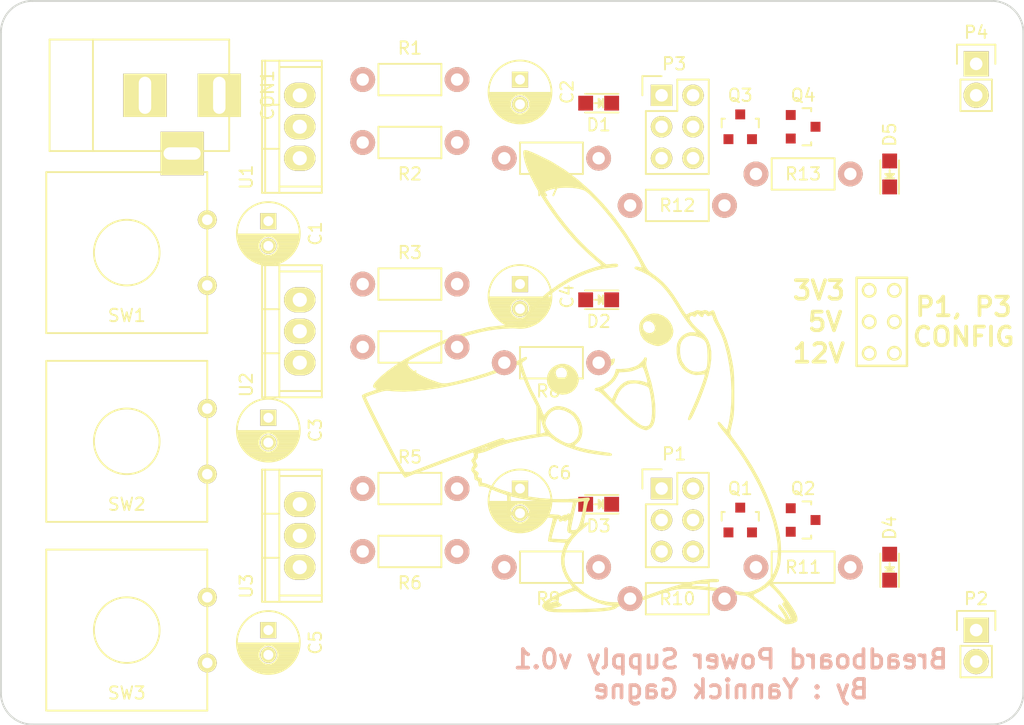
<source format=kicad_pcb>
(kicad_pcb (version 4) (host pcbnew 4.0.2-stable)

  (general
    (links 71)
    (no_connects 71)
    (area 53.264999 20.244999 135.965001 78.815001)
    (thickness 1.524)
    (drawings 23)
    (tracks 0)
    (zones 0)
    (modules 40)
    (nets 24)
  )

  (page USLetter)
  (title_block
    (title "Breadboard Power Supply")
    (date 2016-04-15)
    (rev 1)
    (company "Yannick Gagné")
  )

  (layers
    (0 F.Cu signal)
    (31 B.Cu signal)
    (34 B.Paste user)
    (35 F.Paste user)
    (36 B.SilkS user)
    (37 F.SilkS user)
    (38 B.Mask user)
    (39 F.Mask user)
    (44 Edge.Cuts user)
  )

  (setup
    (last_trace_width 0.1524)
    (user_trace_width 0.254)
    (user_trace_width 0.508)
    (trace_clearance 0.1524)
    (zone_clearance 0.508)
    (zone_45_only no)
    (trace_min 0.1524)
    (segment_width 0.2)
    (edge_width 0.15)
    (via_size 0.6858)
    (via_drill 0.3302)
    (via_min_size 0.6858)
    (via_min_drill 0.3302)
    (uvia_size 0.762)
    (uvia_drill 0.508)
    (uvias_allowed no)
    (uvia_min_size 0)
    (uvia_min_drill 0)
    (pcb_text_width 0.3)
    (pcb_text_size 1.5 1.5)
    (mod_edge_width 0.15)
    (mod_text_size 1 1)
    (mod_text_width 0.15)
    (pad_size 1.524 1.524)
    (pad_drill 0.762)
    (pad_to_mask_clearance 0.2)
    (aux_axis_origin 0 0)
    (visible_elements 7FFFFFFF)
    (pcbplotparams
      (layerselection 0x010f0_80000001)
      (usegerberextensions true)
      (excludeedgelayer true)
      (linewidth 0.100000)
      (plotframeref false)
      (viasonmask false)
      (mode 1)
      (useauxorigin false)
      (hpglpennumber 1)
      (hpglpenspeed 20)
      (hpglpendiameter 15)
      (hpglpenoverlay 2)
      (psnegative false)
      (psa4output false)
      (plotreference true)
      (plotvalue true)
      (plotinvisibletext false)
      (padsonsilk false)
      (subtractmaskfromsilk false)
      (outputformat 1)
      (mirror false)
      (drillshape 0)
      (scaleselection 1)
      (outputdirectory GERBER/))
  )

  (net 0 "")
  (net 1 "Net-(C1-Pad1)")
  (net 2 GND)
  (net 3 +3V3)
  (net 4 "Net-(C3-Pad1)")
  (net 5 +5V)
  (net 6 "Net-(C5-Pad1)")
  (net 7 +12V)
  (net 8 "Net-(CON1-Pad1)")
  (net 9 "Net-(CON1-Pad3)")
  (net 10 "Net-(D1-Pad2)")
  (net 11 "Net-(D2-Pad2)")
  (net 12 "Net-(D3-Pad2)")
  (net 13 "Net-(D4-Pad2)")
  (net 14 "Net-(D5-Pad2)")
  (net 15 "Net-(P1-Pad2)")
  (net 16 "Net-(P3-Pad2)")
  (net 17 "Net-(Q1-Pad1)")
  (net 18 "Net-(Q1-Pad2)")
  (net 19 "Net-(Q3-Pad1)")
  (net 20 "Net-(Q3-Pad2)")
  (net 21 "Net-(R1-Pad2)")
  (net 22 "Net-(R3-Pad2)")
  (net 23 "Net-(R5-Pad2)")

  (net_class Default "Ceci est la Netclass par défaut"
    (clearance 0.1524)
    (trace_width 0.1524)
    (via_dia 0.6858)
    (via_drill 0.3302)
    (uvia_dia 0.762)
    (uvia_drill 0.508)
    (add_net +12V)
    (add_net +3V3)
    (add_net +5V)
    (add_net GND)
    (add_net "Net-(C1-Pad1)")
    (add_net "Net-(C3-Pad1)")
    (add_net "Net-(C5-Pad1)")
    (add_net "Net-(CON1-Pad1)")
    (add_net "Net-(CON1-Pad3)")
    (add_net "Net-(D1-Pad2)")
    (add_net "Net-(D2-Pad2)")
    (add_net "Net-(D3-Pad2)")
    (add_net "Net-(D4-Pad2)")
    (add_net "Net-(D5-Pad2)")
    (add_net "Net-(P1-Pad2)")
    (add_net "Net-(P3-Pad2)")
    (add_net "Net-(Q1-Pad1)")
    (add_net "Net-(Q1-Pad2)")
    (add_net "Net-(Q3-Pad1)")
    (add_net "Net-(Q3-Pad2)")
    (add_net "Net-(R1-Pad2)")
    (add_net "Net-(R3-Pad2)")
    (add_net "Net-(R5-Pad2)")
  )

  (module Resistors_ThroughHole:Resistor_Horizontal_RM7mm (layer F.Cu) (tedit 571185F9) (tstamp 5710E562)
    (at 114.3 34.29)
    (descr "Resistor, Axial,  RM 7.62mm, 1/3W,")
    (tags "Resistor Axial RM 7.62mm 1/3W R3")
    (path /57101965)
    (fp_text reference R13 (at 3.81 0) (layer F.SilkS)
      (effects (font (size 1 1) (thickness 0.15)))
    )
    (fp_text value 680 (at 3.81 2.54) (layer F.Fab)
      (effects (font (size 1 1) (thickness 0.15)))
    )
    (fp_line (start -1.25 -1.5) (end 8.85 -1.5) (layer F.CrtYd) (width 0.05))
    (fp_line (start -1.25 1.5) (end -1.25 -1.5) (layer F.CrtYd) (width 0.05))
    (fp_line (start 8.85 -1.5) (end 8.85 1.5) (layer F.CrtYd) (width 0.05))
    (fp_line (start -1.25 1.5) (end 8.85 1.5) (layer F.CrtYd) (width 0.05))
    (fp_line (start 1.27 -1.27) (end 6.35 -1.27) (layer F.SilkS) (width 0.15))
    (fp_line (start 6.35 -1.27) (end 6.35 1.27) (layer F.SilkS) (width 0.15))
    (fp_line (start 6.35 1.27) (end 1.27 1.27) (layer F.SilkS) (width 0.15))
    (fp_line (start 1.27 1.27) (end 1.27 -1.27) (layer F.SilkS) (width 0.15))
    (pad 1 thru_hole circle (at 0 0) (size 1.99898 1.99898) (drill 1.00076) (layers *.Cu *.SilkS *.Mask)
      (net 14 "Net-(D5-Pad2)"))
    (pad 2 thru_hole circle (at 7.62 0) (size 1.99898 1.99898) (drill 1.00076) (layers *.Cu *.SilkS *.Mask)
      (net 20 "Net-(Q3-Pad2)"))
  )

  (module TO_SOT_Packages_SMD:SOT-23 (layer F.Cu) (tedit 5711553B) (tstamp 5710E50D)
    (at 113.03 30.48)
    (descr "SOT-23, Standard")
    (tags SOT-23)
    (path /5710181E)
    (attr smd)
    (fp_text reference Q3 (at 0 -2.54) (layer F.SilkS)
      (effects (font (size 1 1) (thickness 0.15)))
    )
    (fp_text value 3904 (at 0 -3.81) (layer F.Fab)
      (effects (font (size 1 1) (thickness 0.15)))
    )
    (fp_line (start -1.65 -1.6) (end 1.65 -1.6) (layer F.CrtYd) (width 0.05))
    (fp_line (start 1.65 -1.6) (end 1.65 1.6) (layer F.CrtYd) (width 0.05))
    (fp_line (start 1.65 1.6) (end -1.65 1.6) (layer F.CrtYd) (width 0.05))
    (fp_line (start -1.65 1.6) (end -1.65 -1.6) (layer F.CrtYd) (width 0.05))
    (fp_line (start 1.29916 -0.65024) (end 1.2509 -0.65024) (layer F.SilkS) (width 0.15))
    (fp_line (start -1.49982 0.0508) (end -1.49982 -0.65024) (layer F.SilkS) (width 0.15))
    (fp_line (start -1.49982 -0.65024) (end -1.2509 -0.65024) (layer F.SilkS) (width 0.15))
    (fp_line (start 1.29916 -0.65024) (end 1.49982 -0.65024) (layer F.SilkS) (width 0.15))
    (fp_line (start 1.49982 -0.65024) (end 1.49982 0.0508) (layer F.SilkS) (width 0.15))
    (pad 1 smd rect (at -0.95 1.00076) (size 0.8001 0.8001) (layers F.Cu F.Paste F.Mask)
      (net 19 "Net-(Q3-Pad1)"))
    (pad 2 smd rect (at 0.95 1.00076) (size 0.8001 0.8001) (layers F.Cu F.Paste F.Mask)
      (net 20 "Net-(Q3-Pad2)"))
    (pad 3 smd rect (at 0 -0.99822) (size 0.8001 0.8001) (layers F.Cu F.Paste F.Mask)
      (net 16 "Net-(P3-Pad2)"))
    (model TO_SOT_Packages_SMD.3dshapes/SOT-23.wrl
      (at (xyz 0 0 0))
      (scale (xyz 1 1 1))
      (rotate (xyz 0 0 0))
    )
  )

  (module Capacitors_ThroughHole:C_Radial_D5_L11_P2 (layer F.Cu) (tedit 0) (tstamp 5710E495)
    (at 74.93 38.1 270)
    (descr "Radial Electrolytic Capacitor 5mm x Length 11mm, Pitch 2mm")
    (tags "Electrolytic Capacitor")
    (path /570D95EB)
    (fp_text reference C1 (at 1 -3.8 270) (layer F.SilkS)
      (effects (font (size 1 1) (thickness 0.15)))
    )
    (fp_text value 0.1uF (at 1 3.8 270) (layer F.Fab)
      (effects (font (size 1 1) (thickness 0.15)))
    )
    (fp_line (start 1.075 -2.499) (end 1.075 2.499) (layer F.SilkS) (width 0.15))
    (fp_line (start 1.215 -2.491) (end 1.215 -0.154) (layer F.SilkS) (width 0.15))
    (fp_line (start 1.215 0.154) (end 1.215 2.491) (layer F.SilkS) (width 0.15))
    (fp_line (start 1.355 -2.475) (end 1.355 -0.473) (layer F.SilkS) (width 0.15))
    (fp_line (start 1.355 0.473) (end 1.355 2.475) (layer F.SilkS) (width 0.15))
    (fp_line (start 1.495 -2.451) (end 1.495 -0.62) (layer F.SilkS) (width 0.15))
    (fp_line (start 1.495 0.62) (end 1.495 2.451) (layer F.SilkS) (width 0.15))
    (fp_line (start 1.635 -2.418) (end 1.635 -0.712) (layer F.SilkS) (width 0.15))
    (fp_line (start 1.635 0.712) (end 1.635 2.418) (layer F.SilkS) (width 0.15))
    (fp_line (start 1.775 -2.377) (end 1.775 -0.768) (layer F.SilkS) (width 0.15))
    (fp_line (start 1.775 0.768) (end 1.775 2.377) (layer F.SilkS) (width 0.15))
    (fp_line (start 1.915 -2.327) (end 1.915 -0.795) (layer F.SilkS) (width 0.15))
    (fp_line (start 1.915 0.795) (end 1.915 2.327) (layer F.SilkS) (width 0.15))
    (fp_line (start 2.055 -2.266) (end 2.055 -0.798) (layer F.SilkS) (width 0.15))
    (fp_line (start 2.055 0.798) (end 2.055 2.266) (layer F.SilkS) (width 0.15))
    (fp_line (start 2.195 -2.196) (end 2.195 -0.776) (layer F.SilkS) (width 0.15))
    (fp_line (start 2.195 0.776) (end 2.195 2.196) (layer F.SilkS) (width 0.15))
    (fp_line (start 2.335 -2.114) (end 2.335 -0.726) (layer F.SilkS) (width 0.15))
    (fp_line (start 2.335 0.726) (end 2.335 2.114) (layer F.SilkS) (width 0.15))
    (fp_line (start 2.475 -2.019) (end 2.475 -0.644) (layer F.SilkS) (width 0.15))
    (fp_line (start 2.475 0.644) (end 2.475 2.019) (layer F.SilkS) (width 0.15))
    (fp_line (start 2.615 -1.908) (end 2.615 -0.512) (layer F.SilkS) (width 0.15))
    (fp_line (start 2.615 0.512) (end 2.615 1.908) (layer F.SilkS) (width 0.15))
    (fp_line (start 2.755 -1.78) (end 2.755 -0.265) (layer F.SilkS) (width 0.15))
    (fp_line (start 2.755 0.265) (end 2.755 1.78) (layer F.SilkS) (width 0.15))
    (fp_line (start 2.895 -1.631) (end 2.895 1.631) (layer F.SilkS) (width 0.15))
    (fp_line (start 3.035 -1.452) (end 3.035 1.452) (layer F.SilkS) (width 0.15))
    (fp_line (start 3.175 -1.233) (end 3.175 1.233) (layer F.SilkS) (width 0.15))
    (fp_line (start 3.315 -0.944) (end 3.315 0.944) (layer F.SilkS) (width 0.15))
    (fp_line (start 3.455 -0.472) (end 3.455 0.472) (layer F.SilkS) (width 0.15))
    (fp_circle (center 2 0) (end 2 -0.8) (layer F.SilkS) (width 0.15))
    (fp_circle (center 1 0) (end 1 -2.5375) (layer F.SilkS) (width 0.15))
    (fp_circle (center 1 0) (end 1 -2.8) (layer F.CrtYd) (width 0.05))
    (pad 1 thru_hole rect (at 0 0 270) (size 1.3 1.3) (drill 0.8) (layers *.Cu *.Mask F.SilkS)
      (net 1 "Net-(C1-Pad1)"))
    (pad 2 thru_hole circle (at 2 0 270) (size 1.3 1.3) (drill 0.8) (layers *.Cu *.Mask F.SilkS)
      (net 2 GND))
    (model Capacitors_ThroughHole.3dshapes/C_Radial_D5_L11_P2.wrl
      (at (xyz 0 0 0))
      (scale (xyz 1 1 1))
      (rotate (xyz 0 0 0))
    )
  )

  (module Capacitors_ThroughHole:C_Radial_D5_L11_P2 (layer F.Cu) (tedit 0) (tstamp 5710E49B)
    (at 95.25 26.67 270)
    (descr "Radial Electrolytic Capacitor 5mm x Length 11mm, Pitch 2mm")
    (tags "Electrolytic Capacitor")
    (path /570D92D2)
    (fp_text reference C2 (at 1 -3.8 270) (layer F.SilkS)
      (effects (font (size 1 1) (thickness 0.15)))
    )
    (fp_text value 220uF (at 1 3.8 270) (layer F.Fab)
      (effects (font (size 1 1) (thickness 0.15)))
    )
    (fp_line (start 1.075 -2.499) (end 1.075 2.499) (layer F.SilkS) (width 0.15))
    (fp_line (start 1.215 -2.491) (end 1.215 -0.154) (layer F.SilkS) (width 0.15))
    (fp_line (start 1.215 0.154) (end 1.215 2.491) (layer F.SilkS) (width 0.15))
    (fp_line (start 1.355 -2.475) (end 1.355 -0.473) (layer F.SilkS) (width 0.15))
    (fp_line (start 1.355 0.473) (end 1.355 2.475) (layer F.SilkS) (width 0.15))
    (fp_line (start 1.495 -2.451) (end 1.495 -0.62) (layer F.SilkS) (width 0.15))
    (fp_line (start 1.495 0.62) (end 1.495 2.451) (layer F.SilkS) (width 0.15))
    (fp_line (start 1.635 -2.418) (end 1.635 -0.712) (layer F.SilkS) (width 0.15))
    (fp_line (start 1.635 0.712) (end 1.635 2.418) (layer F.SilkS) (width 0.15))
    (fp_line (start 1.775 -2.377) (end 1.775 -0.768) (layer F.SilkS) (width 0.15))
    (fp_line (start 1.775 0.768) (end 1.775 2.377) (layer F.SilkS) (width 0.15))
    (fp_line (start 1.915 -2.327) (end 1.915 -0.795) (layer F.SilkS) (width 0.15))
    (fp_line (start 1.915 0.795) (end 1.915 2.327) (layer F.SilkS) (width 0.15))
    (fp_line (start 2.055 -2.266) (end 2.055 -0.798) (layer F.SilkS) (width 0.15))
    (fp_line (start 2.055 0.798) (end 2.055 2.266) (layer F.SilkS) (width 0.15))
    (fp_line (start 2.195 -2.196) (end 2.195 -0.776) (layer F.SilkS) (width 0.15))
    (fp_line (start 2.195 0.776) (end 2.195 2.196) (layer F.SilkS) (width 0.15))
    (fp_line (start 2.335 -2.114) (end 2.335 -0.726) (layer F.SilkS) (width 0.15))
    (fp_line (start 2.335 0.726) (end 2.335 2.114) (layer F.SilkS) (width 0.15))
    (fp_line (start 2.475 -2.019) (end 2.475 -0.644) (layer F.SilkS) (width 0.15))
    (fp_line (start 2.475 0.644) (end 2.475 2.019) (layer F.SilkS) (width 0.15))
    (fp_line (start 2.615 -1.908) (end 2.615 -0.512) (layer F.SilkS) (width 0.15))
    (fp_line (start 2.615 0.512) (end 2.615 1.908) (layer F.SilkS) (width 0.15))
    (fp_line (start 2.755 -1.78) (end 2.755 -0.265) (layer F.SilkS) (width 0.15))
    (fp_line (start 2.755 0.265) (end 2.755 1.78) (layer F.SilkS) (width 0.15))
    (fp_line (start 2.895 -1.631) (end 2.895 1.631) (layer F.SilkS) (width 0.15))
    (fp_line (start 3.035 -1.452) (end 3.035 1.452) (layer F.SilkS) (width 0.15))
    (fp_line (start 3.175 -1.233) (end 3.175 1.233) (layer F.SilkS) (width 0.15))
    (fp_line (start 3.315 -0.944) (end 3.315 0.944) (layer F.SilkS) (width 0.15))
    (fp_line (start 3.455 -0.472) (end 3.455 0.472) (layer F.SilkS) (width 0.15))
    (fp_circle (center 2 0) (end 2 -0.8) (layer F.SilkS) (width 0.15))
    (fp_circle (center 1 0) (end 1 -2.5375) (layer F.SilkS) (width 0.15))
    (fp_circle (center 1 0) (end 1 -2.8) (layer F.CrtYd) (width 0.05))
    (pad 1 thru_hole rect (at 0 0 270) (size 1.3 1.3) (drill 0.8) (layers *.Cu *.Mask F.SilkS)
      (net 3 +3V3))
    (pad 2 thru_hole circle (at 2 0 270) (size 1.3 1.3) (drill 0.8) (layers *.Cu *.Mask F.SilkS)
      (net 2 GND))
    (model Capacitors_ThroughHole.3dshapes/C_Radial_D5_L11_P2.wrl
      (at (xyz 0 0 0))
      (scale (xyz 1 1 1))
      (rotate (xyz 0 0 0))
    )
  )

  (module Capacitors_ThroughHole:C_Radial_D5_L11_P2 (layer F.Cu) (tedit 0) (tstamp 5710E4A1)
    (at 74.93 53.975 270)
    (descr "Radial Electrolytic Capacitor 5mm x Length 11mm, Pitch 2mm")
    (tags "Electrolytic Capacitor")
    (path /570D9D8F)
    (fp_text reference C3 (at 1 -3.8 270) (layer F.SilkS)
      (effects (font (size 1 1) (thickness 0.15)))
    )
    (fp_text value 0.1uF (at 1 3.8 270) (layer F.Fab)
      (effects (font (size 1 1) (thickness 0.15)))
    )
    (fp_line (start 1.075 -2.499) (end 1.075 2.499) (layer F.SilkS) (width 0.15))
    (fp_line (start 1.215 -2.491) (end 1.215 -0.154) (layer F.SilkS) (width 0.15))
    (fp_line (start 1.215 0.154) (end 1.215 2.491) (layer F.SilkS) (width 0.15))
    (fp_line (start 1.355 -2.475) (end 1.355 -0.473) (layer F.SilkS) (width 0.15))
    (fp_line (start 1.355 0.473) (end 1.355 2.475) (layer F.SilkS) (width 0.15))
    (fp_line (start 1.495 -2.451) (end 1.495 -0.62) (layer F.SilkS) (width 0.15))
    (fp_line (start 1.495 0.62) (end 1.495 2.451) (layer F.SilkS) (width 0.15))
    (fp_line (start 1.635 -2.418) (end 1.635 -0.712) (layer F.SilkS) (width 0.15))
    (fp_line (start 1.635 0.712) (end 1.635 2.418) (layer F.SilkS) (width 0.15))
    (fp_line (start 1.775 -2.377) (end 1.775 -0.768) (layer F.SilkS) (width 0.15))
    (fp_line (start 1.775 0.768) (end 1.775 2.377) (layer F.SilkS) (width 0.15))
    (fp_line (start 1.915 -2.327) (end 1.915 -0.795) (layer F.SilkS) (width 0.15))
    (fp_line (start 1.915 0.795) (end 1.915 2.327) (layer F.SilkS) (width 0.15))
    (fp_line (start 2.055 -2.266) (end 2.055 -0.798) (layer F.SilkS) (width 0.15))
    (fp_line (start 2.055 0.798) (end 2.055 2.266) (layer F.SilkS) (width 0.15))
    (fp_line (start 2.195 -2.196) (end 2.195 -0.776) (layer F.SilkS) (width 0.15))
    (fp_line (start 2.195 0.776) (end 2.195 2.196) (layer F.SilkS) (width 0.15))
    (fp_line (start 2.335 -2.114) (end 2.335 -0.726) (layer F.SilkS) (width 0.15))
    (fp_line (start 2.335 0.726) (end 2.335 2.114) (layer F.SilkS) (width 0.15))
    (fp_line (start 2.475 -2.019) (end 2.475 -0.644) (layer F.SilkS) (width 0.15))
    (fp_line (start 2.475 0.644) (end 2.475 2.019) (layer F.SilkS) (width 0.15))
    (fp_line (start 2.615 -1.908) (end 2.615 -0.512) (layer F.SilkS) (width 0.15))
    (fp_line (start 2.615 0.512) (end 2.615 1.908) (layer F.SilkS) (width 0.15))
    (fp_line (start 2.755 -1.78) (end 2.755 -0.265) (layer F.SilkS) (width 0.15))
    (fp_line (start 2.755 0.265) (end 2.755 1.78) (layer F.SilkS) (width 0.15))
    (fp_line (start 2.895 -1.631) (end 2.895 1.631) (layer F.SilkS) (width 0.15))
    (fp_line (start 3.035 -1.452) (end 3.035 1.452) (layer F.SilkS) (width 0.15))
    (fp_line (start 3.175 -1.233) (end 3.175 1.233) (layer F.SilkS) (width 0.15))
    (fp_line (start 3.315 -0.944) (end 3.315 0.944) (layer F.SilkS) (width 0.15))
    (fp_line (start 3.455 -0.472) (end 3.455 0.472) (layer F.SilkS) (width 0.15))
    (fp_circle (center 2 0) (end 2 -0.8) (layer F.SilkS) (width 0.15))
    (fp_circle (center 1 0) (end 1 -2.5375) (layer F.SilkS) (width 0.15))
    (fp_circle (center 1 0) (end 1 -2.8) (layer F.CrtYd) (width 0.05))
    (pad 1 thru_hole rect (at 0 0 270) (size 1.3 1.3) (drill 0.8) (layers *.Cu *.Mask F.SilkS)
      (net 4 "Net-(C3-Pad1)"))
    (pad 2 thru_hole circle (at 2 0 270) (size 1.3 1.3) (drill 0.8) (layers *.Cu *.Mask F.SilkS)
      (net 2 GND))
    (model Capacitors_ThroughHole.3dshapes/C_Radial_D5_L11_P2.wrl
      (at (xyz 0 0 0))
      (scale (xyz 1 1 1))
      (rotate (xyz 0 0 0))
    )
  )

  (module Capacitors_ThroughHole:C_Radial_D5_L11_P2 (layer F.Cu) (tedit 0) (tstamp 5710E4A7)
    (at 95.25 43.18 270)
    (descr "Radial Electrolytic Capacitor 5mm x Length 11mm, Pitch 2mm")
    (tags "Electrolytic Capacitor")
    (path /570D9E92)
    (fp_text reference C4 (at 1 -3.8 270) (layer F.SilkS)
      (effects (font (size 1 1) (thickness 0.15)))
    )
    (fp_text value 220uF (at 1 3.8 270) (layer F.Fab)
      (effects (font (size 1 1) (thickness 0.15)))
    )
    (fp_line (start 1.075 -2.499) (end 1.075 2.499) (layer F.SilkS) (width 0.15))
    (fp_line (start 1.215 -2.491) (end 1.215 -0.154) (layer F.SilkS) (width 0.15))
    (fp_line (start 1.215 0.154) (end 1.215 2.491) (layer F.SilkS) (width 0.15))
    (fp_line (start 1.355 -2.475) (end 1.355 -0.473) (layer F.SilkS) (width 0.15))
    (fp_line (start 1.355 0.473) (end 1.355 2.475) (layer F.SilkS) (width 0.15))
    (fp_line (start 1.495 -2.451) (end 1.495 -0.62) (layer F.SilkS) (width 0.15))
    (fp_line (start 1.495 0.62) (end 1.495 2.451) (layer F.SilkS) (width 0.15))
    (fp_line (start 1.635 -2.418) (end 1.635 -0.712) (layer F.SilkS) (width 0.15))
    (fp_line (start 1.635 0.712) (end 1.635 2.418) (layer F.SilkS) (width 0.15))
    (fp_line (start 1.775 -2.377) (end 1.775 -0.768) (layer F.SilkS) (width 0.15))
    (fp_line (start 1.775 0.768) (end 1.775 2.377) (layer F.SilkS) (width 0.15))
    (fp_line (start 1.915 -2.327) (end 1.915 -0.795) (layer F.SilkS) (width 0.15))
    (fp_line (start 1.915 0.795) (end 1.915 2.327) (layer F.SilkS) (width 0.15))
    (fp_line (start 2.055 -2.266) (end 2.055 -0.798) (layer F.SilkS) (width 0.15))
    (fp_line (start 2.055 0.798) (end 2.055 2.266) (layer F.SilkS) (width 0.15))
    (fp_line (start 2.195 -2.196) (end 2.195 -0.776) (layer F.SilkS) (width 0.15))
    (fp_line (start 2.195 0.776) (end 2.195 2.196) (layer F.SilkS) (width 0.15))
    (fp_line (start 2.335 -2.114) (end 2.335 -0.726) (layer F.SilkS) (width 0.15))
    (fp_line (start 2.335 0.726) (end 2.335 2.114) (layer F.SilkS) (width 0.15))
    (fp_line (start 2.475 -2.019) (end 2.475 -0.644) (layer F.SilkS) (width 0.15))
    (fp_line (start 2.475 0.644) (end 2.475 2.019) (layer F.SilkS) (width 0.15))
    (fp_line (start 2.615 -1.908) (end 2.615 -0.512) (layer F.SilkS) (width 0.15))
    (fp_line (start 2.615 0.512) (end 2.615 1.908) (layer F.SilkS) (width 0.15))
    (fp_line (start 2.755 -1.78) (end 2.755 -0.265) (layer F.SilkS) (width 0.15))
    (fp_line (start 2.755 0.265) (end 2.755 1.78) (layer F.SilkS) (width 0.15))
    (fp_line (start 2.895 -1.631) (end 2.895 1.631) (layer F.SilkS) (width 0.15))
    (fp_line (start 3.035 -1.452) (end 3.035 1.452) (layer F.SilkS) (width 0.15))
    (fp_line (start 3.175 -1.233) (end 3.175 1.233) (layer F.SilkS) (width 0.15))
    (fp_line (start 3.315 -0.944) (end 3.315 0.944) (layer F.SilkS) (width 0.15))
    (fp_line (start 3.455 -0.472) (end 3.455 0.472) (layer F.SilkS) (width 0.15))
    (fp_circle (center 2 0) (end 2 -0.8) (layer F.SilkS) (width 0.15))
    (fp_circle (center 1 0) (end 1 -2.5375) (layer F.SilkS) (width 0.15))
    (fp_circle (center 1 0) (end 1 -2.8) (layer F.CrtYd) (width 0.05))
    (pad 1 thru_hole rect (at 0 0 270) (size 1.3 1.3) (drill 0.8) (layers *.Cu *.Mask F.SilkS)
      (net 5 +5V))
    (pad 2 thru_hole circle (at 2 0 270) (size 1.3 1.3) (drill 0.8) (layers *.Cu *.Mask F.SilkS)
      (net 2 GND))
    (model Capacitors_ThroughHole.3dshapes/C_Radial_D5_L11_P2.wrl
      (at (xyz 0 0 0))
      (scale (xyz 1 1 1))
      (rotate (xyz 0 0 0))
    )
  )

  (module Capacitors_ThroughHole:C_Radial_D5_L11_P2 (layer F.Cu) (tedit 0) (tstamp 5710E4AD)
    (at 74.93 71.12 270)
    (descr "Radial Electrolytic Capacitor 5mm x Length 11mm, Pitch 2mm")
    (tags "Electrolytic Capacitor")
    (path /570DA378)
    (fp_text reference C5 (at 1 -3.8 270) (layer F.SilkS)
      (effects (font (size 1 1) (thickness 0.15)))
    )
    (fp_text value 0.1uF (at 1 3.8 270) (layer F.Fab)
      (effects (font (size 1 1) (thickness 0.15)))
    )
    (fp_line (start 1.075 -2.499) (end 1.075 2.499) (layer F.SilkS) (width 0.15))
    (fp_line (start 1.215 -2.491) (end 1.215 -0.154) (layer F.SilkS) (width 0.15))
    (fp_line (start 1.215 0.154) (end 1.215 2.491) (layer F.SilkS) (width 0.15))
    (fp_line (start 1.355 -2.475) (end 1.355 -0.473) (layer F.SilkS) (width 0.15))
    (fp_line (start 1.355 0.473) (end 1.355 2.475) (layer F.SilkS) (width 0.15))
    (fp_line (start 1.495 -2.451) (end 1.495 -0.62) (layer F.SilkS) (width 0.15))
    (fp_line (start 1.495 0.62) (end 1.495 2.451) (layer F.SilkS) (width 0.15))
    (fp_line (start 1.635 -2.418) (end 1.635 -0.712) (layer F.SilkS) (width 0.15))
    (fp_line (start 1.635 0.712) (end 1.635 2.418) (layer F.SilkS) (width 0.15))
    (fp_line (start 1.775 -2.377) (end 1.775 -0.768) (layer F.SilkS) (width 0.15))
    (fp_line (start 1.775 0.768) (end 1.775 2.377) (layer F.SilkS) (width 0.15))
    (fp_line (start 1.915 -2.327) (end 1.915 -0.795) (layer F.SilkS) (width 0.15))
    (fp_line (start 1.915 0.795) (end 1.915 2.327) (layer F.SilkS) (width 0.15))
    (fp_line (start 2.055 -2.266) (end 2.055 -0.798) (layer F.SilkS) (width 0.15))
    (fp_line (start 2.055 0.798) (end 2.055 2.266) (layer F.SilkS) (width 0.15))
    (fp_line (start 2.195 -2.196) (end 2.195 -0.776) (layer F.SilkS) (width 0.15))
    (fp_line (start 2.195 0.776) (end 2.195 2.196) (layer F.SilkS) (width 0.15))
    (fp_line (start 2.335 -2.114) (end 2.335 -0.726) (layer F.SilkS) (width 0.15))
    (fp_line (start 2.335 0.726) (end 2.335 2.114) (layer F.SilkS) (width 0.15))
    (fp_line (start 2.475 -2.019) (end 2.475 -0.644) (layer F.SilkS) (width 0.15))
    (fp_line (start 2.475 0.644) (end 2.475 2.019) (layer F.SilkS) (width 0.15))
    (fp_line (start 2.615 -1.908) (end 2.615 -0.512) (layer F.SilkS) (width 0.15))
    (fp_line (start 2.615 0.512) (end 2.615 1.908) (layer F.SilkS) (width 0.15))
    (fp_line (start 2.755 -1.78) (end 2.755 -0.265) (layer F.SilkS) (width 0.15))
    (fp_line (start 2.755 0.265) (end 2.755 1.78) (layer F.SilkS) (width 0.15))
    (fp_line (start 2.895 -1.631) (end 2.895 1.631) (layer F.SilkS) (width 0.15))
    (fp_line (start 3.035 -1.452) (end 3.035 1.452) (layer F.SilkS) (width 0.15))
    (fp_line (start 3.175 -1.233) (end 3.175 1.233) (layer F.SilkS) (width 0.15))
    (fp_line (start 3.315 -0.944) (end 3.315 0.944) (layer F.SilkS) (width 0.15))
    (fp_line (start 3.455 -0.472) (end 3.455 0.472) (layer F.SilkS) (width 0.15))
    (fp_circle (center 2 0) (end 2 -0.8) (layer F.SilkS) (width 0.15))
    (fp_circle (center 1 0) (end 1 -2.5375) (layer F.SilkS) (width 0.15))
    (fp_circle (center 1 0) (end 1 -2.8) (layer F.CrtYd) (width 0.05))
    (pad 1 thru_hole rect (at 0 0 270) (size 1.3 1.3) (drill 0.8) (layers *.Cu *.Mask F.SilkS)
      (net 6 "Net-(C5-Pad1)"))
    (pad 2 thru_hole circle (at 2 0 270) (size 1.3 1.3) (drill 0.8) (layers *.Cu *.Mask F.SilkS)
      (net 2 GND))
    (model Capacitors_ThroughHole.3dshapes/C_Radial_D5_L11_P2.wrl
      (at (xyz 0 0 0))
      (scale (xyz 1 1 1))
      (rotate (xyz 0 0 0))
    )
  )

  (module Capacitors_ThroughHole:C_Radial_D5_L11_P2 (layer F.Cu) (tedit 57117F53) (tstamp 5710E4B3)
    (at 95.25 59.69 270)
    (descr "Radial Electrolytic Capacitor 5mm x Length 11mm, Pitch 2mm")
    (tags "Electrolytic Capacitor")
    (path /570DA300)
    (fp_text reference C6 (at -1.27 -3.175 360) (layer F.SilkS)
      (effects (font (size 1 1) (thickness 0.15)))
    )
    (fp_text value 220uF (at 1 3.8 270) (layer F.Fab)
      (effects (font (size 1 1) (thickness 0.15)))
    )
    (fp_line (start 1.075 -2.499) (end 1.075 2.499) (layer F.SilkS) (width 0.15))
    (fp_line (start 1.215 -2.491) (end 1.215 -0.154) (layer F.SilkS) (width 0.15))
    (fp_line (start 1.215 0.154) (end 1.215 2.491) (layer F.SilkS) (width 0.15))
    (fp_line (start 1.355 -2.475) (end 1.355 -0.473) (layer F.SilkS) (width 0.15))
    (fp_line (start 1.355 0.473) (end 1.355 2.475) (layer F.SilkS) (width 0.15))
    (fp_line (start 1.495 -2.451) (end 1.495 -0.62) (layer F.SilkS) (width 0.15))
    (fp_line (start 1.495 0.62) (end 1.495 2.451) (layer F.SilkS) (width 0.15))
    (fp_line (start 1.635 -2.418) (end 1.635 -0.712) (layer F.SilkS) (width 0.15))
    (fp_line (start 1.635 0.712) (end 1.635 2.418) (layer F.SilkS) (width 0.15))
    (fp_line (start 1.775 -2.377) (end 1.775 -0.768) (layer F.SilkS) (width 0.15))
    (fp_line (start 1.775 0.768) (end 1.775 2.377) (layer F.SilkS) (width 0.15))
    (fp_line (start 1.915 -2.327) (end 1.915 -0.795) (layer F.SilkS) (width 0.15))
    (fp_line (start 1.915 0.795) (end 1.915 2.327) (layer F.SilkS) (width 0.15))
    (fp_line (start 2.055 -2.266) (end 2.055 -0.798) (layer F.SilkS) (width 0.15))
    (fp_line (start 2.055 0.798) (end 2.055 2.266) (layer F.SilkS) (width 0.15))
    (fp_line (start 2.195 -2.196) (end 2.195 -0.776) (layer F.SilkS) (width 0.15))
    (fp_line (start 2.195 0.776) (end 2.195 2.196) (layer F.SilkS) (width 0.15))
    (fp_line (start 2.335 -2.114) (end 2.335 -0.726) (layer F.SilkS) (width 0.15))
    (fp_line (start 2.335 0.726) (end 2.335 2.114) (layer F.SilkS) (width 0.15))
    (fp_line (start 2.475 -2.019) (end 2.475 -0.644) (layer F.SilkS) (width 0.15))
    (fp_line (start 2.475 0.644) (end 2.475 2.019) (layer F.SilkS) (width 0.15))
    (fp_line (start 2.615 -1.908) (end 2.615 -0.512) (layer F.SilkS) (width 0.15))
    (fp_line (start 2.615 0.512) (end 2.615 1.908) (layer F.SilkS) (width 0.15))
    (fp_line (start 2.755 -1.78) (end 2.755 -0.265) (layer F.SilkS) (width 0.15))
    (fp_line (start 2.755 0.265) (end 2.755 1.78) (layer F.SilkS) (width 0.15))
    (fp_line (start 2.895 -1.631) (end 2.895 1.631) (layer F.SilkS) (width 0.15))
    (fp_line (start 3.035 -1.452) (end 3.035 1.452) (layer F.SilkS) (width 0.15))
    (fp_line (start 3.175 -1.233) (end 3.175 1.233) (layer F.SilkS) (width 0.15))
    (fp_line (start 3.315 -0.944) (end 3.315 0.944) (layer F.SilkS) (width 0.15))
    (fp_line (start 3.455 -0.472) (end 3.455 0.472) (layer F.SilkS) (width 0.15))
    (fp_circle (center 2 0) (end 2 -0.8) (layer F.SilkS) (width 0.15))
    (fp_circle (center 1 0) (end 1 -2.5375) (layer F.SilkS) (width 0.15))
    (fp_circle (center 1 0) (end 1 -2.8) (layer F.CrtYd) (width 0.05))
    (pad 1 thru_hole rect (at 0 0 270) (size 1.3 1.3) (drill 0.8) (layers *.Cu *.Mask F.SilkS)
      (net 7 +12V))
    (pad 2 thru_hole circle (at 2 0 270) (size 1.3 1.3) (drill 0.8) (layers *.Cu *.Mask F.SilkS)
      (net 2 GND))
    (model Capacitors_ThroughHole.3dshapes/C_Radial_D5_L11_P2.wrl
      (at (xyz 0 0 0))
      (scale (xyz 1 1 1))
      (rotate (xyz 0 0 0))
    )
  )

  (module Connect:BARREL_JACK (layer F.Cu) (tedit 57150D94) (tstamp 5710E4BA)
    (at 64.77 27.94)
    (descr "DC Barrel Jack")
    (tags "Power Jack")
    (path /57083FF9)
    (fp_text reference CON1 (at 10.09904 0 90) (layer F.SilkS)
      (effects (font (size 1 1) (thickness 0.15)))
    )
    (fp_text value BARREL_JACK (at 1.27 -2.54) (layer F.Fab)
      (effects (font (size 1 1) (thickness 0.15)))
    )
    (fp_line (start -4.0005 -4.50088) (end -4.0005 4.50088) (layer F.SilkS) (width 0.15))
    (fp_line (start -7.50062 -4.50088) (end -7.50062 4.50088) (layer F.SilkS) (width 0.15))
    (fp_line (start -7.50062 4.50088) (end 7.00024 4.50088) (layer F.SilkS) (width 0.15))
    (fp_line (start 7.00024 4.50088) (end 7.00024 -4.50088) (layer F.SilkS) (width 0.15))
    (fp_line (start 7.00024 -4.50088) (end -7.50062 -4.50088) (layer F.SilkS) (width 0.15))
    (pad 1 thru_hole rect (at 6.20014 0) (size 3.50012 3.50012) (drill oval 1.00076 2.99974) (layers *.Cu *.Mask F.SilkS)
      (net 8 "Net-(CON1-Pad1)"))
    (pad 2 thru_hole rect (at 0.20066 0) (size 3.50012 3.50012) (drill oval 1.00076 2.99974) (layers *.Cu *.Mask F.SilkS)
      (net 2 GND))
    (pad 3 thru_hole rect (at 3.2004 4.699) (size 3.50012 3.50012) (drill oval 2.99974 1.00076) (layers *.Cu *.Mask F.SilkS)
      (net 9 "Net-(CON1-Pad3)"))
  )

  (module LEDs:LED_0805 (layer F.Cu) (tedit 55BDE1C2) (tstamp 5710E4C0)
    (at 101.6 28.575 180)
    (descr "LED 0805 smd package")
    (tags "LED 0805 SMD")
    (path /570877E9)
    (attr smd)
    (fp_text reference D1 (at 0 -1.75 180) (layer F.SilkS)
      (effects (font (size 1 1) (thickness 0.15)))
    )
    (fp_text value LED (at 0 1.75 180) (layer F.Fab)
      (effects (font (size 1 1) (thickness 0.15)))
    )
    (fp_line (start -1.6 0.75) (end 1.1 0.75) (layer F.SilkS) (width 0.15))
    (fp_line (start -1.6 -0.75) (end 1.1 -0.75) (layer F.SilkS) (width 0.15))
    (fp_line (start -0.1 0.15) (end -0.1 -0.1) (layer F.SilkS) (width 0.15))
    (fp_line (start -0.1 -0.1) (end -0.25 0.05) (layer F.SilkS) (width 0.15))
    (fp_line (start -0.35 -0.35) (end -0.35 0.35) (layer F.SilkS) (width 0.15))
    (fp_line (start 0 0) (end 0.35 0) (layer F.SilkS) (width 0.15))
    (fp_line (start -0.35 0) (end 0 -0.35) (layer F.SilkS) (width 0.15))
    (fp_line (start 0 -0.35) (end 0 0.35) (layer F.SilkS) (width 0.15))
    (fp_line (start 0 0.35) (end -0.35 0) (layer F.SilkS) (width 0.15))
    (fp_line (start 1.9 -0.95) (end 1.9 0.95) (layer F.CrtYd) (width 0.05))
    (fp_line (start 1.9 0.95) (end -1.9 0.95) (layer F.CrtYd) (width 0.05))
    (fp_line (start -1.9 0.95) (end -1.9 -0.95) (layer F.CrtYd) (width 0.05))
    (fp_line (start -1.9 -0.95) (end 1.9 -0.95) (layer F.CrtYd) (width 0.05))
    (pad 2 smd rect (at 1.04902 0) (size 1.19888 1.19888) (layers F.Cu F.Paste F.Mask)
      (net 10 "Net-(D1-Pad2)"))
    (pad 1 smd rect (at -1.04902 0) (size 1.19888 1.19888) (layers F.Cu F.Paste F.Mask)
      (net 2 GND))
    (model LEDs.3dshapes/LED_0805.wrl
      (at (xyz 0 0 0))
      (scale (xyz 1 1 1))
      (rotate (xyz 0 0 0))
    )
  )

  (module LEDs:LED_0805 (layer F.Cu) (tedit 55BDE1C2) (tstamp 5710E4C6)
    (at 101.6 44.45 180)
    (descr "LED 0805 smd package")
    (tags "LED 0805 SMD")
    (path /5708844E)
    (attr smd)
    (fp_text reference D2 (at 0 -1.75 180) (layer F.SilkS)
      (effects (font (size 1 1) (thickness 0.15)))
    )
    (fp_text value LED (at 0 1.75 180) (layer F.Fab)
      (effects (font (size 1 1) (thickness 0.15)))
    )
    (fp_line (start -1.6 0.75) (end 1.1 0.75) (layer F.SilkS) (width 0.15))
    (fp_line (start -1.6 -0.75) (end 1.1 -0.75) (layer F.SilkS) (width 0.15))
    (fp_line (start -0.1 0.15) (end -0.1 -0.1) (layer F.SilkS) (width 0.15))
    (fp_line (start -0.1 -0.1) (end -0.25 0.05) (layer F.SilkS) (width 0.15))
    (fp_line (start -0.35 -0.35) (end -0.35 0.35) (layer F.SilkS) (width 0.15))
    (fp_line (start 0 0) (end 0.35 0) (layer F.SilkS) (width 0.15))
    (fp_line (start -0.35 0) (end 0 -0.35) (layer F.SilkS) (width 0.15))
    (fp_line (start 0 -0.35) (end 0 0.35) (layer F.SilkS) (width 0.15))
    (fp_line (start 0 0.35) (end -0.35 0) (layer F.SilkS) (width 0.15))
    (fp_line (start 1.9 -0.95) (end 1.9 0.95) (layer F.CrtYd) (width 0.05))
    (fp_line (start 1.9 0.95) (end -1.9 0.95) (layer F.CrtYd) (width 0.05))
    (fp_line (start -1.9 0.95) (end -1.9 -0.95) (layer F.CrtYd) (width 0.05))
    (fp_line (start -1.9 -0.95) (end 1.9 -0.95) (layer F.CrtYd) (width 0.05))
    (pad 2 smd rect (at 1.04902 0) (size 1.19888 1.19888) (layers F.Cu F.Paste F.Mask)
      (net 11 "Net-(D2-Pad2)"))
    (pad 1 smd rect (at -1.04902 0) (size 1.19888 1.19888) (layers F.Cu F.Paste F.Mask)
      (net 2 GND))
    (model LEDs.3dshapes/LED_0805.wrl
      (at (xyz 0 0 0))
      (scale (xyz 1 1 1))
      (rotate (xyz 0 0 0))
    )
  )

  (module LEDs:LED_0805 (layer F.Cu) (tedit 55BDE1C2) (tstamp 5710E4CC)
    (at 101.6 60.96 180)
    (descr "LED 0805 smd package")
    (tags "LED 0805 SMD")
    (path /57089B11)
    (attr smd)
    (fp_text reference D3 (at 0 -1.75 180) (layer F.SilkS)
      (effects (font (size 1 1) (thickness 0.15)))
    )
    (fp_text value LED (at 0 1.75 180) (layer F.Fab)
      (effects (font (size 1 1) (thickness 0.15)))
    )
    (fp_line (start -1.6 0.75) (end 1.1 0.75) (layer F.SilkS) (width 0.15))
    (fp_line (start -1.6 -0.75) (end 1.1 -0.75) (layer F.SilkS) (width 0.15))
    (fp_line (start -0.1 0.15) (end -0.1 -0.1) (layer F.SilkS) (width 0.15))
    (fp_line (start -0.1 -0.1) (end -0.25 0.05) (layer F.SilkS) (width 0.15))
    (fp_line (start -0.35 -0.35) (end -0.35 0.35) (layer F.SilkS) (width 0.15))
    (fp_line (start 0 0) (end 0.35 0) (layer F.SilkS) (width 0.15))
    (fp_line (start -0.35 0) (end 0 -0.35) (layer F.SilkS) (width 0.15))
    (fp_line (start 0 -0.35) (end 0 0.35) (layer F.SilkS) (width 0.15))
    (fp_line (start 0 0.35) (end -0.35 0) (layer F.SilkS) (width 0.15))
    (fp_line (start 1.9 -0.95) (end 1.9 0.95) (layer F.CrtYd) (width 0.05))
    (fp_line (start 1.9 0.95) (end -1.9 0.95) (layer F.CrtYd) (width 0.05))
    (fp_line (start -1.9 0.95) (end -1.9 -0.95) (layer F.CrtYd) (width 0.05))
    (fp_line (start -1.9 -0.95) (end 1.9 -0.95) (layer F.CrtYd) (width 0.05))
    (pad 2 smd rect (at 1.04902 0) (size 1.19888 1.19888) (layers F.Cu F.Paste F.Mask)
      (net 12 "Net-(D3-Pad2)"))
    (pad 1 smd rect (at -1.04902 0) (size 1.19888 1.19888) (layers F.Cu F.Paste F.Mask)
      (net 2 GND))
    (model LEDs.3dshapes/LED_0805.wrl
      (at (xyz 0 0 0))
      (scale (xyz 1 1 1))
      (rotate (xyz 0 0 0))
    )
  )

  (module LEDs:LED_0805 (layer F.Cu) (tedit 57118704) (tstamp 5710E4D2)
    (at 125.095 66.04 90)
    (descr "LED 0805 smd package")
    (tags "LED 0805 SMD")
    (path /570DF4F8)
    (attr smd)
    (fp_text reference D4 (at 3.175 0 90) (layer F.SilkS)
      (effects (font (size 1 1) (thickness 0.15)))
    )
    (fp_text value Led_Small (at 0 -2.54 90) (layer F.Fab) hide
      (effects (font (size 1 1) (thickness 0.15)))
    )
    (fp_line (start -1.6 0.75) (end 1.1 0.75) (layer F.SilkS) (width 0.15))
    (fp_line (start -1.6 -0.75) (end 1.1 -0.75) (layer F.SilkS) (width 0.15))
    (fp_line (start -0.1 0.15) (end -0.1 -0.1) (layer F.SilkS) (width 0.15))
    (fp_line (start -0.1 -0.1) (end -0.25 0.05) (layer F.SilkS) (width 0.15))
    (fp_line (start -0.35 -0.35) (end -0.35 0.35) (layer F.SilkS) (width 0.15))
    (fp_line (start 0 0) (end 0.35 0) (layer F.SilkS) (width 0.15))
    (fp_line (start -0.35 0) (end 0 -0.35) (layer F.SilkS) (width 0.15))
    (fp_line (start 0 -0.35) (end 0 0.35) (layer F.SilkS) (width 0.15))
    (fp_line (start 0 0.35) (end -0.35 0) (layer F.SilkS) (width 0.15))
    (fp_line (start 1.9 -0.95) (end 1.9 0.95) (layer F.CrtYd) (width 0.05))
    (fp_line (start 1.9 0.95) (end -1.9 0.95) (layer F.CrtYd) (width 0.05))
    (fp_line (start -1.9 0.95) (end -1.9 -0.95) (layer F.CrtYd) (width 0.05))
    (fp_line (start -1.9 -0.95) (end 1.9 -0.95) (layer F.CrtYd) (width 0.05))
    (pad 2 smd rect (at 1.04902 0 270) (size 1.19888 1.19888) (layers F.Cu F.Paste F.Mask)
      (net 13 "Net-(D4-Pad2)"))
    (pad 1 smd rect (at -1.04902 0 270) (size 1.19888 1.19888) (layers F.Cu F.Paste F.Mask)
      (net 2 GND))
    (model LEDs.3dshapes/LED_0805.wrl
      (at (xyz 0 0 0))
      (scale (xyz 1 1 1))
      (rotate (xyz 0 0 0))
    )
  )

  (module LEDs:LED_0805 (layer F.Cu) (tedit 571186FB) (tstamp 5710E4D8)
    (at 125.095 34.29 90)
    (descr "LED 0805 smd package")
    (tags "LED 0805 SMD")
    (path /57101A0B)
    (attr smd)
    (fp_text reference D5 (at 3.175 0 90) (layer F.SilkS)
      (effects (font (size 1 1) (thickness 0.15)))
    )
    (fp_text value Led_Small (at 0 1.75 90) (layer F.Fab) hide
      (effects (font (size 1 1) (thickness 0.15)))
    )
    (fp_line (start -1.6 0.75) (end 1.1 0.75) (layer F.SilkS) (width 0.15))
    (fp_line (start -1.6 -0.75) (end 1.1 -0.75) (layer F.SilkS) (width 0.15))
    (fp_line (start -0.1 0.15) (end -0.1 -0.1) (layer F.SilkS) (width 0.15))
    (fp_line (start -0.1 -0.1) (end -0.25 0.05) (layer F.SilkS) (width 0.15))
    (fp_line (start -0.35 -0.35) (end -0.35 0.35) (layer F.SilkS) (width 0.15))
    (fp_line (start 0 0) (end 0.35 0) (layer F.SilkS) (width 0.15))
    (fp_line (start -0.35 0) (end 0 -0.35) (layer F.SilkS) (width 0.15))
    (fp_line (start 0 -0.35) (end 0 0.35) (layer F.SilkS) (width 0.15))
    (fp_line (start 0 0.35) (end -0.35 0) (layer F.SilkS) (width 0.15))
    (fp_line (start 1.9 -0.95) (end 1.9 0.95) (layer F.CrtYd) (width 0.05))
    (fp_line (start 1.9 0.95) (end -1.9 0.95) (layer F.CrtYd) (width 0.05))
    (fp_line (start -1.9 0.95) (end -1.9 -0.95) (layer F.CrtYd) (width 0.05))
    (fp_line (start -1.9 -0.95) (end 1.9 -0.95) (layer F.CrtYd) (width 0.05))
    (pad 2 smd rect (at 1.04902 0 270) (size 1.19888 1.19888) (layers F.Cu F.Paste F.Mask)
      (net 14 "Net-(D5-Pad2)"))
    (pad 1 smd rect (at -1.04902 0 270) (size 1.19888 1.19888) (layers F.Cu F.Paste F.Mask)
      (net 2 GND))
    (model LEDs.3dshapes/LED_0805.wrl
      (at (xyz 0 0 0))
      (scale (xyz 1 1 1))
      (rotate (xyz 0 0 0))
    )
  )

  (module Pin_Headers:Pin_Header_Straight_2x03 (layer F.Cu) (tedit 57150E3C) (tstamp 5710E4E2)
    (at 106.68 59.69)
    (descr "Through hole pin header")
    (tags "pin header")
    (path /570DB99A)
    (fp_text reference P1 (at 1.016 -2.794) (layer F.SilkS)
      (effects (font (size 1 1) (thickness 0.15)))
    )
    (fp_text value JUMPER_LEFT (at 0.508 -4.826) (layer F.Fab) hide
      (effects (font (size 1 1) (thickness 0.15)))
    )
    (fp_line (start -1.27 1.27) (end -1.27 6.35) (layer F.SilkS) (width 0.15))
    (fp_line (start -1.55 -1.55) (end 0 -1.55) (layer F.SilkS) (width 0.15))
    (fp_line (start -1.75 -1.75) (end -1.75 6.85) (layer F.CrtYd) (width 0.05))
    (fp_line (start 4.3 -1.75) (end 4.3 6.85) (layer F.CrtYd) (width 0.05))
    (fp_line (start -1.75 -1.75) (end 4.3 -1.75) (layer F.CrtYd) (width 0.05))
    (fp_line (start -1.75 6.85) (end 4.3 6.85) (layer F.CrtYd) (width 0.05))
    (fp_line (start 1.27 -1.27) (end 1.27 1.27) (layer F.SilkS) (width 0.15))
    (fp_line (start 1.27 1.27) (end -1.27 1.27) (layer F.SilkS) (width 0.15))
    (fp_line (start -1.27 6.35) (end 3.81 6.35) (layer F.SilkS) (width 0.15))
    (fp_line (start 3.81 6.35) (end 3.81 1.27) (layer F.SilkS) (width 0.15))
    (fp_line (start -1.55 -1.55) (end -1.55 0) (layer F.SilkS) (width 0.15))
    (fp_line (start 3.81 -1.27) (end 1.27 -1.27) (layer F.SilkS) (width 0.15))
    (fp_line (start 3.81 1.27) (end 3.81 -1.27) (layer F.SilkS) (width 0.15))
    (pad 1 thru_hole rect (at 0 0) (size 1.7272 1.7272) (drill 1.016) (layers *.Cu *.Mask F.SilkS)
      (net 3 +3V3))
    (pad 2 thru_hole oval (at 2.54 0) (size 1.7272 1.7272) (drill 1.016) (layers *.Cu *.Mask F.SilkS)
      (net 15 "Net-(P1-Pad2)"))
    (pad 3 thru_hole oval (at 0 2.54) (size 1.7272 1.7272) (drill 1.016) (layers *.Cu *.Mask F.SilkS)
      (net 5 +5V))
    (pad 4 thru_hole oval (at 2.54 2.54) (size 1.7272 1.7272) (drill 1.016) (layers *.Cu *.Mask F.SilkS)
      (net 15 "Net-(P1-Pad2)"))
    (pad 5 thru_hole oval (at 0 5.08) (size 1.7272 1.7272) (drill 1.016) (layers *.Cu *.Mask F.SilkS)
      (net 7 +12V))
    (pad 6 thru_hole oval (at 2.54 5.08) (size 1.7272 1.7272) (drill 1.016) (layers *.Cu *.Mask F.SilkS)
      (net 15 "Net-(P1-Pad2)"))
    (model Pin_Headers.3dshapes/Pin_Header_Straight_2x03.wrl
      (at (xyz 0.05 -0.1 0))
      (scale (xyz 1 1 1))
      (rotate (xyz 0 0 90))
    )
  )

  (module Pin_Headers:Pin_Header_Straight_1x02 (layer F.Cu) (tedit 57150E4C) (tstamp 5710E4E8)
    (at 132.08 71.12)
    (descr "Through hole pin header")
    (tags "pin header")
    (path /5708425F)
    (fp_text reference P2 (at 0 -2.54) (layer F.SilkS)
      (effects (font (size 1 1) (thickness 0.15)))
    )
    (fp_text value LEFT (at 0 5.08) (layer F.Fab) hide
      (effects (font (size 1 1) (thickness 0.15)))
    )
    (fp_line (start 1.27 1.27) (end 1.27 3.81) (layer F.SilkS) (width 0.15))
    (fp_line (start 1.55 -1.55) (end 1.55 0) (layer F.SilkS) (width 0.15))
    (fp_line (start -1.75 -1.75) (end -1.75 4.3) (layer F.CrtYd) (width 0.05))
    (fp_line (start 1.75 -1.75) (end 1.75 4.3) (layer F.CrtYd) (width 0.05))
    (fp_line (start -1.75 -1.75) (end 1.75 -1.75) (layer F.CrtYd) (width 0.05))
    (fp_line (start -1.75 4.3) (end 1.75 4.3) (layer F.CrtYd) (width 0.05))
    (fp_line (start 1.27 1.27) (end -1.27 1.27) (layer F.SilkS) (width 0.15))
    (fp_line (start -1.55 0) (end -1.55 -1.55) (layer F.SilkS) (width 0.15))
    (fp_line (start -1.55 -1.55) (end 1.55 -1.55) (layer F.SilkS) (width 0.15))
    (fp_line (start -1.27 1.27) (end -1.27 3.81) (layer F.SilkS) (width 0.15))
    (fp_line (start -1.27 3.81) (end 1.27 3.81) (layer F.SilkS) (width 0.15))
    (pad 1 thru_hole rect (at 0 0) (size 2.032 2.032) (drill 1.016) (layers *.Cu *.Mask F.SilkS)
      (net 15 "Net-(P1-Pad2)"))
    (pad 2 thru_hole oval (at 0 2.54) (size 2.032 2.032) (drill 1.016) (layers *.Cu *.Mask F.SilkS)
      (net 2 GND))
    (model Pin_Headers.3dshapes/Pin_Header_Straight_1x02.wrl
      (at (xyz 0 -0.05 0))
      (scale (xyz 1 1 1))
      (rotate (xyz 0 0 90))
    )
  )

  (module Pin_Headers:Pin_Header_Straight_2x03 (layer F.Cu) (tedit 57150E1D) (tstamp 5710E4F2)
    (at 106.68 27.94)
    (descr "Through hole pin header")
    (tags "pin header")
    (path /570DBA01)
    (fp_text reference P3 (at 1.016 -2.54) (layer F.SilkS)
      (effects (font (size 1 1) (thickness 0.15)))
    )
    (fp_text value JUMPER_RIGHT (at 0.508 -5.588) (layer F.Fab) hide
      (effects (font (size 1 1) (thickness 0.15)))
    )
    (fp_line (start -1.27 1.27) (end -1.27 6.35) (layer F.SilkS) (width 0.15))
    (fp_line (start -1.55 -1.55) (end 0 -1.55) (layer F.SilkS) (width 0.15))
    (fp_line (start -1.75 -1.75) (end -1.75 6.85) (layer F.CrtYd) (width 0.05))
    (fp_line (start 4.3 -1.75) (end 4.3 6.85) (layer F.CrtYd) (width 0.05))
    (fp_line (start -1.75 -1.75) (end 4.3 -1.75) (layer F.CrtYd) (width 0.05))
    (fp_line (start -1.75 6.85) (end 4.3 6.85) (layer F.CrtYd) (width 0.05))
    (fp_line (start 1.27 -1.27) (end 1.27 1.27) (layer F.SilkS) (width 0.15))
    (fp_line (start 1.27 1.27) (end -1.27 1.27) (layer F.SilkS) (width 0.15))
    (fp_line (start -1.27 6.35) (end 3.81 6.35) (layer F.SilkS) (width 0.15))
    (fp_line (start 3.81 6.35) (end 3.81 1.27) (layer F.SilkS) (width 0.15))
    (fp_line (start -1.55 -1.55) (end -1.55 0) (layer F.SilkS) (width 0.15))
    (fp_line (start 3.81 -1.27) (end 1.27 -1.27) (layer F.SilkS) (width 0.15))
    (fp_line (start 3.81 1.27) (end 3.81 -1.27) (layer F.SilkS) (width 0.15))
    (pad 1 thru_hole rect (at 0 0) (size 1.7272 1.7272) (drill 1.016) (layers *.Cu *.Mask F.SilkS)
      (net 3 +3V3))
    (pad 2 thru_hole oval (at 2.54 0) (size 1.7272 1.7272) (drill 1.016) (layers *.Cu *.Mask F.SilkS)
      (net 16 "Net-(P3-Pad2)"))
    (pad 3 thru_hole oval (at 0 2.54) (size 1.7272 1.7272) (drill 1.016) (layers *.Cu *.Mask F.SilkS)
      (net 5 +5V))
    (pad 4 thru_hole oval (at 2.54 2.54) (size 1.7272 1.7272) (drill 1.016) (layers *.Cu *.Mask F.SilkS)
      (net 16 "Net-(P3-Pad2)"))
    (pad 5 thru_hole oval (at 0 5.08) (size 1.7272 1.7272) (drill 1.016) (layers *.Cu *.Mask F.SilkS)
      (net 7 +12V))
    (pad 6 thru_hole oval (at 2.54 5.08) (size 1.7272 1.7272) (drill 1.016) (layers *.Cu *.Mask F.SilkS)
      (net 16 "Net-(P3-Pad2)"))
    (model Pin_Headers.3dshapes/Pin_Header_Straight_2x03.wrl
      (at (xyz 0.05 -0.1 0))
      (scale (xyz 1 1 1))
      (rotate (xyz 0 0 90))
    )
  )

  (module Pin_Headers:Pin_Header_Straight_1x02 (layer F.Cu) (tedit 57150E2F) (tstamp 5710E4F8)
    (at 132.08 25.4)
    (descr "Through hole pin header")
    (tags "pin header")
    (path /570842C0)
    (fp_text reference P4 (at 0 -2.54) (layer F.SilkS)
      (effects (font (size 1 1) (thickness 0.15)))
    )
    (fp_text value RIGHT (at 0 5.588) (layer F.Fab) hide
      (effects (font (size 1 1) (thickness 0.15)))
    )
    (fp_line (start 1.27 1.27) (end 1.27 3.81) (layer F.SilkS) (width 0.15))
    (fp_line (start 1.55 -1.55) (end 1.55 0) (layer F.SilkS) (width 0.15))
    (fp_line (start -1.75 -1.75) (end -1.75 4.3) (layer F.CrtYd) (width 0.05))
    (fp_line (start 1.75 -1.75) (end 1.75 4.3) (layer F.CrtYd) (width 0.05))
    (fp_line (start -1.75 -1.75) (end 1.75 -1.75) (layer F.CrtYd) (width 0.05))
    (fp_line (start -1.75 4.3) (end 1.75 4.3) (layer F.CrtYd) (width 0.05))
    (fp_line (start 1.27 1.27) (end -1.27 1.27) (layer F.SilkS) (width 0.15))
    (fp_line (start -1.55 0) (end -1.55 -1.55) (layer F.SilkS) (width 0.15))
    (fp_line (start -1.55 -1.55) (end 1.55 -1.55) (layer F.SilkS) (width 0.15))
    (fp_line (start -1.27 1.27) (end -1.27 3.81) (layer F.SilkS) (width 0.15))
    (fp_line (start -1.27 3.81) (end 1.27 3.81) (layer F.SilkS) (width 0.15))
    (pad 1 thru_hole rect (at 0 0) (size 2.032 2.032) (drill 1.016) (layers *.Cu *.Mask F.SilkS)
      (net 16 "Net-(P3-Pad2)"))
    (pad 2 thru_hole oval (at 0 2.54) (size 2.032 2.032) (drill 1.016) (layers *.Cu *.Mask F.SilkS)
      (net 2 GND))
    (model Pin_Headers.3dshapes/Pin_Header_Straight_1x02.wrl
      (at (xyz 0 -0.05 0))
      (scale (xyz 1 1 1))
      (rotate (xyz 0 0 90))
    )
  )

  (module TO_SOT_Packages_SMD:SOT-23 (layer F.Cu) (tedit 5711749B) (tstamp 5710E4FF)
    (at 113.03 62.23)
    (descr "SOT-23, Standard")
    (tags SOT-23)
    (path /570FD40A)
    (attr smd)
    (fp_text reference Q1 (at 0 -2.54) (layer F.SilkS)
      (effects (font (size 1 1) (thickness 0.15)))
    )
    (fp_text value 3904 (at 0 -3.81) (layer F.Fab)
      (effects (font (size 1 1) (thickness 0.15)))
    )
    (fp_line (start -1.65 -1.6) (end 1.65 -1.6) (layer F.CrtYd) (width 0.05))
    (fp_line (start 1.65 -1.6) (end 1.65 1.6) (layer F.CrtYd) (width 0.05))
    (fp_line (start 1.65 1.6) (end -1.65 1.6) (layer F.CrtYd) (width 0.05))
    (fp_line (start -1.65 1.6) (end -1.65 -1.6) (layer F.CrtYd) (width 0.05))
    (fp_line (start 1.29916 -0.65024) (end 1.2509 -0.65024) (layer F.SilkS) (width 0.15))
    (fp_line (start -1.49982 0.0508) (end -1.49982 -0.65024) (layer F.SilkS) (width 0.15))
    (fp_line (start -1.49982 -0.65024) (end -1.2509 -0.65024) (layer F.SilkS) (width 0.15))
    (fp_line (start 1.29916 -0.65024) (end 1.49982 -0.65024) (layer F.SilkS) (width 0.15))
    (fp_line (start 1.49982 -0.65024) (end 1.49982 0.0508) (layer F.SilkS) (width 0.15))
    (pad 1 smd rect (at -0.95 1.00076) (size 0.8001 0.8001) (layers F.Cu F.Paste F.Mask)
      (net 17 "Net-(Q1-Pad1)"))
    (pad 2 smd rect (at 0.95 1.00076) (size 0.8001 0.8001) (layers F.Cu F.Paste F.Mask)
      (net 18 "Net-(Q1-Pad2)"))
    (pad 3 smd rect (at 0 -0.99822) (size 0.8001 0.8001) (layers F.Cu F.Paste F.Mask)
      (net 15 "Net-(P1-Pad2)"))
    (model TO_SOT_Packages_SMD.3dshapes/SOT-23.wrl
      (at (xyz 0 0 0))
      (scale (xyz 1 1 1))
      (rotate (xyz 0 0 0))
    )
  )

  (module TO_SOT_Packages_SMD:SOT-23 (layer F.Cu) (tedit 57117495) (tstamp 5710E506)
    (at 118.11 62.23 270)
    (descr "SOT-23, Standard")
    (tags SOT-23)
    (path /570FD5C7)
    (attr smd)
    (fp_text reference Q2 (at -2.54 0 360) (layer F.SilkS)
      (effects (font (size 1 1) (thickness 0.15)))
    )
    (fp_text value 3904 (at -3.81 0 360) (layer F.Fab)
      (effects (font (size 1 1) (thickness 0.15)))
    )
    (fp_line (start -1.65 -1.6) (end 1.65 -1.6) (layer F.CrtYd) (width 0.05))
    (fp_line (start 1.65 -1.6) (end 1.65 1.6) (layer F.CrtYd) (width 0.05))
    (fp_line (start 1.65 1.6) (end -1.65 1.6) (layer F.CrtYd) (width 0.05))
    (fp_line (start -1.65 1.6) (end -1.65 -1.6) (layer F.CrtYd) (width 0.05))
    (fp_line (start 1.29916 -0.65024) (end 1.2509 -0.65024) (layer F.SilkS) (width 0.15))
    (fp_line (start -1.49982 0.0508) (end -1.49982 -0.65024) (layer F.SilkS) (width 0.15))
    (fp_line (start -1.49982 -0.65024) (end -1.2509 -0.65024) (layer F.SilkS) (width 0.15))
    (fp_line (start 1.29916 -0.65024) (end 1.49982 -0.65024) (layer F.SilkS) (width 0.15))
    (fp_line (start 1.49982 -0.65024) (end 1.49982 0.0508) (layer F.SilkS) (width 0.15))
    (pad 1 smd rect (at -0.95 1.00076 270) (size 0.8001 0.8001) (layers F.Cu F.Paste F.Mask)
      (net 18 "Net-(Q1-Pad2)"))
    (pad 2 smd rect (at 0.95 1.00076 270) (size 0.8001 0.8001) (layers F.Cu F.Paste F.Mask)
      (net 13 "Net-(D4-Pad2)"))
    (pad 3 smd rect (at 0 -0.99822 270) (size 0.8001 0.8001) (layers F.Cu F.Paste F.Mask)
      (net 17 "Net-(Q1-Pad1)"))
    (model TO_SOT_Packages_SMD.3dshapes/SOT-23.wrl
      (at (xyz 0 0 0))
      (scale (xyz 1 1 1))
      (rotate (xyz 0 0 0))
    )
  )

  (module TO_SOT_Packages_SMD:SOT-23 (layer F.Cu) (tedit 57115538) (tstamp 5710E514)
    (at 118.11 30.48 270)
    (descr "SOT-23, Standard")
    (tags SOT-23)
    (path /5710177D)
    (attr smd)
    (fp_text reference Q4 (at -2.54 0 360) (layer F.SilkS)
      (effects (font (size 1 1) (thickness 0.15)))
    )
    (fp_text value 3904 (at -3.81 0 360) (layer F.Fab)
      (effects (font (size 1 1) (thickness 0.15)))
    )
    (fp_line (start -1.65 -1.6) (end 1.65 -1.6) (layer F.CrtYd) (width 0.05))
    (fp_line (start 1.65 -1.6) (end 1.65 1.6) (layer F.CrtYd) (width 0.05))
    (fp_line (start 1.65 1.6) (end -1.65 1.6) (layer F.CrtYd) (width 0.05))
    (fp_line (start -1.65 1.6) (end -1.65 -1.6) (layer F.CrtYd) (width 0.05))
    (fp_line (start 1.29916 -0.65024) (end 1.2509 -0.65024) (layer F.SilkS) (width 0.15))
    (fp_line (start -1.49982 0.0508) (end -1.49982 -0.65024) (layer F.SilkS) (width 0.15))
    (fp_line (start -1.49982 -0.65024) (end -1.2509 -0.65024) (layer F.SilkS) (width 0.15))
    (fp_line (start 1.29916 -0.65024) (end 1.49982 -0.65024) (layer F.SilkS) (width 0.15))
    (fp_line (start 1.49982 -0.65024) (end 1.49982 0.0508) (layer F.SilkS) (width 0.15))
    (pad 1 smd rect (at -0.95 1.00076 270) (size 0.8001 0.8001) (layers F.Cu F.Paste F.Mask)
      (net 20 "Net-(Q3-Pad2)"))
    (pad 2 smd rect (at 0.95 1.00076 270) (size 0.8001 0.8001) (layers F.Cu F.Paste F.Mask)
      (net 14 "Net-(D5-Pad2)"))
    (pad 3 smd rect (at 0 -0.99822 270) (size 0.8001 0.8001) (layers F.Cu F.Paste F.Mask)
      (net 19 "Net-(Q3-Pad1)"))
    (model TO_SOT_Packages_SMD.3dshapes/SOT-23.wrl
      (at (xyz 0 0 0))
      (scale (xyz 1 1 1))
      (rotate (xyz 0 0 0))
    )
  )

  (module Resistors_ThroughHole:Resistor_Horizontal_RM7mm (layer F.Cu) (tedit 57118B71) (tstamp 5710E51A)
    (at 82.55 26.67)
    (descr "Resistor, Axial,  RM 7.62mm, 1/3W,")
    (tags "Resistor Axial RM 7.62mm 1/3W R3")
    (path /570840F7)
    (fp_text reference R1 (at 3.81 -2.54) (layer F.SilkS)
      (effects (font (size 1 1) (thickness 0.15)))
    )
    (fp_text value 220 (at 3.81 5.08) (layer F.Fab)
      (effects (font (size 1 1) (thickness 0.15)))
    )
    (fp_line (start -1.25 -1.5) (end 8.85 -1.5) (layer F.CrtYd) (width 0.05))
    (fp_line (start -1.25 1.5) (end -1.25 -1.5) (layer F.CrtYd) (width 0.05))
    (fp_line (start 8.85 -1.5) (end 8.85 1.5) (layer F.CrtYd) (width 0.05))
    (fp_line (start -1.25 1.5) (end 8.85 1.5) (layer F.CrtYd) (width 0.05))
    (fp_line (start 1.27 -1.27) (end 6.35 -1.27) (layer F.SilkS) (width 0.15))
    (fp_line (start 6.35 -1.27) (end 6.35 1.27) (layer F.SilkS) (width 0.15))
    (fp_line (start 6.35 1.27) (end 1.27 1.27) (layer F.SilkS) (width 0.15))
    (fp_line (start 1.27 1.27) (end 1.27 -1.27) (layer F.SilkS) (width 0.15))
    (pad 1 thru_hole circle (at 0 0) (size 1.99898 1.99898) (drill 1.00076) (layers *.Cu *.SilkS *.Mask)
      (net 3 +3V3))
    (pad 2 thru_hole circle (at 7.62 0) (size 1.99898 1.99898) (drill 1.00076) (layers *.Cu *.SilkS *.Mask)
      (net 21 "Net-(R1-Pad2)"))
  )

  (module Resistors_ThroughHole:Resistor_Horizontal_RM7mm (layer F.Cu) (tedit 57118B6B) (tstamp 5710E520)
    (at 90.17 31.75 180)
    (descr "Resistor, Axial,  RM 7.62mm, 1/3W,")
    (tags "Resistor Axial RM 7.62mm 1/3W R3")
    (path /57084126)
    (fp_text reference R2 (at 3.81 -2.54 180) (layer F.SilkS)
      (effects (font (size 1 1) (thickness 0.15)))
    )
    (fp_text value 370 (at 3.81 5.08 180) (layer F.Fab)
      (effects (font (size 1 1) (thickness 0.15)))
    )
    (fp_line (start -1.25 -1.5) (end 8.85 -1.5) (layer F.CrtYd) (width 0.05))
    (fp_line (start -1.25 1.5) (end -1.25 -1.5) (layer F.CrtYd) (width 0.05))
    (fp_line (start 8.85 -1.5) (end 8.85 1.5) (layer F.CrtYd) (width 0.05))
    (fp_line (start -1.25 1.5) (end 8.85 1.5) (layer F.CrtYd) (width 0.05))
    (fp_line (start 1.27 -1.27) (end 6.35 -1.27) (layer F.SilkS) (width 0.15))
    (fp_line (start 6.35 -1.27) (end 6.35 1.27) (layer F.SilkS) (width 0.15))
    (fp_line (start 6.35 1.27) (end 1.27 1.27) (layer F.SilkS) (width 0.15))
    (fp_line (start 1.27 1.27) (end 1.27 -1.27) (layer F.SilkS) (width 0.15))
    (pad 1 thru_hole circle (at 0 0 180) (size 1.99898 1.99898) (drill 1.00076) (layers *.Cu *.SilkS *.Mask)
      (net 21 "Net-(R1-Pad2)"))
    (pad 2 thru_hole circle (at 7.62 0 180) (size 1.99898 1.99898) (drill 1.00076) (layers *.Cu *.SilkS *.Mask)
      (net 2 GND))
  )

  (module Resistors_ThroughHole:Resistor_Horizontal_RM7mm (layer F.Cu) (tedit 57118B57) (tstamp 5710E526)
    (at 82.55 43.18)
    (descr "Resistor, Axial,  RM 7.62mm, 1/3W,")
    (tags "Resistor Axial RM 7.62mm 1/3W R3")
    (path /5708417D)
    (fp_text reference R3 (at 3.81 -2.54) (layer F.SilkS)
      (effects (font (size 1 1) (thickness 0.15)))
    )
    (fp_text value 150 (at 3.81 5.08) (layer F.Fab)
      (effects (font (size 1 1) (thickness 0.15)))
    )
    (fp_line (start -1.25 -1.5) (end 8.85 -1.5) (layer F.CrtYd) (width 0.05))
    (fp_line (start -1.25 1.5) (end -1.25 -1.5) (layer F.CrtYd) (width 0.05))
    (fp_line (start 8.85 -1.5) (end 8.85 1.5) (layer F.CrtYd) (width 0.05))
    (fp_line (start -1.25 1.5) (end 8.85 1.5) (layer F.CrtYd) (width 0.05))
    (fp_line (start 1.27 -1.27) (end 6.35 -1.27) (layer F.SilkS) (width 0.15))
    (fp_line (start 6.35 -1.27) (end 6.35 1.27) (layer F.SilkS) (width 0.15))
    (fp_line (start 6.35 1.27) (end 1.27 1.27) (layer F.SilkS) (width 0.15))
    (fp_line (start 1.27 1.27) (end 1.27 -1.27) (layer F.SilkS) (width 0.15))
    (pad 1 thru_hole circle (at 0 0) (size 1.99898 1.99898) (drill 1.00076) (layers *.Cu *.SilkS *.Mask)
      (net 5 +5V))
    (pad 2 thru_hole circle (at 7.62 0) (size 1.99898 1.99898) (drill 1.00076) (layers *.Cu *.SilkS *.Mask)
      (net 22 "Net-(R3-Pad2)"))
  )

  (module Resistors_ThroughHole:Resistor_Horizontal_RM7mm (layer F.Cu) (tedit 57118B5D) (tstamp 5710E52C)
    (at 90.17 48.26 180)
    (descr "Resistor, Axial,  RM 7.62mm, 1/3W,")
    (tags "Resistor Axial RM 7.62mm 1/3W R3")
    (path /570841CA)
    (fp_text reference R4 (at 3.81 -2.54 180) (layer F.SilkS)
      (effects (font (size 1 1) (thickness 0.15)))
    )
    (fp_text value 470 (at 3.81 5.08 180) (layer F.Fab)
      (effects (font (size 1 1) (thickness 0.15)))
    )
    (fp_line (start -1.25 -1.5) (end 8.85 -1.5) (layer F.CrtYd) (width 0.05))
    (fp_line (start -1.25 1.5) (end -1.25 -1.5) (layer F.CrtYd) (width 0.05))
    (fp_line (start 8.85 -1.5) (end 8.85 1.5) (layer F.CrtYd) (width 0.05))
    (fp_line (start -1.25 1.5) (end 8.85 1.5) (layer F.CrtYd) (width 0.05))
    (fp_line (start 1.27 -1.27) (end 6.35 -1.27) (layer F.SilkS) (width 0.15))
    (fp_line (start 6.35 -1.27) (end 6.35 1.27) (layer F.SilkS) (width 0.15))
    (fp_line (start 6.35 1.27) (end 1.27 1.27) (layer F.SilkS) (width 0.15))
    (fp_line (start 1.27 1.27) (end 1.27 -1.27) (layer F.SilkS) (width 0.15))
    (pad 1 thru_hole circle (at 0 0 180) (size 1.99898 1.99898) (drill 1.00076) (layers *.Cu *.SilkS *.Mask)
      (net 22 "Net-(R3-Pad2)"))
    (pad 2 thru_hole circle (at 7.62 0 180) (size 1.99898 1.99898) (drill 1.00076) (layers *.Cu *.SilkS *.Mask)
      (net 2 GND))
  )

  (module Resistors_ThroughHole:Resistor_Horizontal_RM7mm (layer F.Cu) (tedit 57117F3B) (tstamp 5710E532)
    (at 82.55 59.69)
    (descr "Resistor, Axial,  RM 7.62mm, 1/3W,")
    (tags "Resistor Axial RM 7.62mm 1/3W R3")
    (path /570841F5)
    (fp_text reference R5 (at 3.81 -2.54) (layer F.SilkS)
      (effects (font (size 1 1) (thickness 0.15)))
    )
    (fp_text value 330 (at 3.81 5.08) (layer F.Fab)
      (effects (font (size 1 1) (thickness 0.15)))
    )
    (fp_line (start -1.25 -1.5) (end 8.85 -1.5) (layer F.CrtYd) (width 0.05))
    (fp_line (start -1.25 1.5) (end -1.25 -1.5) (layer F.CrtYd) (width 0.05))
    (fp_line (start 8.85 -1.5) (end 8.85 1.5) (layer F.CrtYd) (width 0.05))
    (fp_line (start -1.25 1.5) (end 8.85 1.5) (layer F.CrtYd) (width 0.05))
    (fp_line (start 1.27 -1.27) (end 6.35 -1.27) (layer F.SilkS) (width 0.15))
    (fp_line (start 6.35 -1.27) (end 6.35 1.27) (layer F.SilkS) (width 0.15))
    (fp_line (start 6.35 1.27) (end 1.27 1.27) (layer F.SilkS) (width 0.15))
    (fp_line (start 1.27 1.27) (end 1.27 -1.27) (layer F.SilkS) (width 0.15))
    (pad 1 thru_hole circle (at 0 0) (size 1.99898 1.99898) (drill 1.00076) (layers *.Cu *.SilkS *.Mask)
      (net 7 +12V))
    (pad 2 thru_hole circle (at 7.62 0) (size 1.99898 1.99898) (drill 1.00076) (layers *.Cu *.SilkS *.Mask)
      (net 23 "Net-(R5-Pad2)"))
  )

  (module Resistors_ThroughHole:Resistor_Horizontal_RM7mm (layer F.Cu) (tedit 57117F37) (tstamp 5710E538)
    (at 90.17 64.77 180)
    (descr "Resistor, Axial,  RM 7.62mm, 1/3W,")
    (tags "Resistor Axial RM 7.62mm 1/3W R3")
    (path /57084232)
    (fp_text reference R6 (at 3.81 -2.54 180) (layer F.SilkS)
      (effects (font (size 1 1) (thickness 0.15)))
    )
    (fp_text value 2870 (at 3.81 5.08 180) (layer F.Fab)
      (effects (font (size 1 1) (thickness 0.15)))
    )
    (fp_line (start -1.25 -1.5) (end 8.85 -1.5) (layer F.CrtYd) (width 0.05))
    (fp_line (start -1.25 1.5) (end -1.25 -1.5) (layer F.CrtYd) (width 0.05))
    (fp_line (start 8.85 -1.5) (end 8.85 1.5) (layer F.CrtYd) (width 0.05))
    (fp_line (start -1.25 1.5) (end 8.85 1.5) (layer F.CrtYd) (width 0.05))
    (fp_line (start 1.27 -1.27) (end 6.35 -1.27) (layer F.SilkS) (width 0.15))
    (fp_line (start 6.35 -1.27) (end 6.35 1.27) (layer F.SilkS) (width 0.15))
    (fp_line (start 6.35 1.27) (end 1.27 1.27) (layer F.SilkS) (width 0.15))
    (fp_line (start 1.27 1.27) (end 1.27 -1.27) (layer F.SilkS) (width 0.15))
    (pad 1 thru_hole circle (at 0 0 180) (size 1.99898 1.99898) (drill 1.00076) (layers *.Cu *.SilkS *.Mask)
      (net 23 "Net-(R5-Pad2)"))
    (pad 2 thru_hole circle (at 7.62 0 180) (size 1.99898 1.99898) (drill 1.00076) (layers *.Cu *.SilkS *.Mask)
      (net 2 GND))
  )

  (module Resistors_ThroughHole:Resistor_Horizontal_RM7mm (layer F.Cu) (tedit 57150DFA) (tstamp 5710E53E)
    (at 93.98 33.02)
    (descr "Resistor, Axial,  RM 7.62mm, 1/3W,")
    (tags "Resistor Axial RM 7.62mm 1/3W R3")
    (path /57084419)
    (fp_text reference R7 (at 3.556 2.54) (layer F.SilkS)
      (effects (font (size 1 1) (thickness 0.15)))
    )
    (fp_text value 68 (at 3.81 0) (layer F.Fab)
      (effects (font (size 1 1) (thickness 0.15)))
    )
    (fp_line (start -1.25 -1.5) (end 8.85 -1.5) (layer F.CrtYd) (width 0.05))
    (fp_line (start -1.25 1.5) (end -1.25 -1.5) (layer F.CrtYd) (width 0.05))
    (fp_line (start 8.85 -1.5) (end 8.85 1.5) (layer F.CrtYd) (width 0.05))
    (fp_line (start -1.25 1.5) (end 8.85 1.5) (layer F.CrtYd) (width 0.05))
    (fp_line (start 1.27 -1.27) (end 6.35 -1.27) (layer F.SilkS) (width 0.15))
    (fp_line (start 6.35 -1.27) (end 6.35 1.27) (layer F.SilkS) (width 0.15))
    (fp_line (start 6.35 1.27) (end 1.27 1.27) (layer F.SilkS) (width 0.15))
    (fp_line (start 1.27 1.27) (end 1.27 -1.27) (layer F.SilkS) (width 0.15))
    (pad 1 thru_hole circle (at 0 0) (size 1.99898 1.99898) (drill 1.00076) (layers *.Cu *.SilkS *.Mask)
      (net 3 +3V3))
    (pad 2 thru_hole circle (at 7.62 0) (size 1.99898 1.99898) (drill 1.00076) (layers *.Cu *.SilkS *.Mask)
      (net 10 "Net-(D1-Pad2)"))
  )

  (module Resistors_ThroughHole:Resistor_Horizontal_RM7mm (layer F.Cu) (tedit 57150DF4) (tstamp 5710E544)
    (at 93.98 49.53)
    (descr "Resistor, Axial,  RM 7.62mm, 1/3W,")
    (tags "Resistor Axial RM 7.62mm 1/3W R3")
    (path /5708446E)
    (fp_text reference R8 (at 3.556 2.286) (layer F.SilkS)
      (effects (font (size 1 1) (thickness 0.15)))
    )
    (fp_text value 180 (at 3.81 0) (layer F.Fab)
      (effects (font (size 1 1) (thickness 0.15)))
    )
    (fp_line (start -1.25 -1.5) (end 8.85 -1.5) (layer F.CrtYd) (width 0.05))
    (fp_line (start -1.25 1.5) (end -1.25 -1.5) (layer F.CrtYd) (width 0.05))
    (fp_line (start 8.85 -1.5) (end 8.85 1.5) (layer F.CrtYd) (width 0.05))
    (fp_line (start -1.25 1.5) (end 8.85 1.5) (layer F.CrtYd) (width 0.05))
    (fp_line (start 1.27 -1.27) (end 6.35 -1.27) (layer F.SilkS) (width 0.15))
    (fp_line (start 6.35 -1.27) (end 6.35 1.27) (layer F.SilkS) (width 0.15))
    (fp_line (start 6.35 1.27) (end 1.27 1.27) (layer F.SilkS) (width 0.15))
    (fp_line (start 1.27 1.27) (end 1.27 -1.27) (layer F.SilkS) (width 0.15))
    (pad 1 thru_hole circle (at 0 0) (size 1.99898 1.99898) (drill 1.00076) (layers *.Cu *.SilkS *.Mask)
      (net 5 +5V))
    (pad 2 thru_hole circle (at 7.62 0) (size 1.99898 1.99898) (drill 1.00076) (layers *.Cu *.SilkS *.Mask)
      (net 11 "Net-(D2-Pad2)"))
  )

  (module Resistors_ThroughHole:Resistor_Horizontal_RM7mm (layer F.Cu) (tedit 57150DE7) (tstamp 5710E54A)
    (at 93.98 66.04)
    (descr "Resistor, Axial,  RM 7.62mm, 1/3W,")
    (tags "Resistor Axial RM 7.62mm 1/3W R3")
    (path /570844AB)
    (fp_text reference R9 (at 3.556 2.54) (layer F.SilkS)
      (effects (font (size 1 1) (thickness 0.15)))
    )
    (fp_text value 560 (at 3.81 0) (layer F.Fab)
      (effects (font (size 1 1) (thickness 0.15)))
    )
    (fp_line (start -1.25 -1.5) (end 8.85 -1.5) (layer F.CrtYd) (width 0.05))
    (fp_line (start -1.25 1.5) (end -1.25 -1.5) (layer F.CrtYd) (width 0.05))
    (fp_line (start 8.85 -1.5) (end 8.85 1.5) (layer F.CrtYd) (width 0.05))
    (fp_line (start -1.25 1.5) (end 8.85 1.5) (layer F.CrtYd) (width 0.05))
    (fp_line (start 1.27 -1.27) (end 6.35 -1.27) (layer F.SilkS) (width 0.15))
    (fp_line (start 6.35 -1.27) (end 6.35 1.27) (layer F.SilkS) (width 0.15))
    (fp_line (start 6.35 1.27) (end 1.27 1.27) (layer F.SilkS) (width 0.15))
    (fp_line (start 1.27 1.27) (end 1.27 -1.27) (layer F.SilkS) (width 0.15))
    (pad 1 thru_hole circle (at 0 0) (size 1.99898 1.99898) (drill 1.00076) (layers *.Cu *.SilkS *.Mask)
      (net 7 +12V))
    (pad 2 thru_hole circle (at 7.62 0) (size 1.99898 1.99898) (drill 1.00076) (layers *.Cu *.SilkS *.Mask)
      (net 12 "Net-(D3-Pad2)"))
  )

  (module Resistors_ThroughHole:Resistor_Horizontal_RM7mm (layer F.Cu) (tedit 571174F0) (tstamp 5710E550)
    (at 104.14 68.58)
    (descr "Resistor, Axial,  RM 7.62mm, 1/3W,")
    (tags "Resistor Axial RM 7.62mm 1/3W R3")
    (path /570FD662)
    (fp_text reference R10 (at 3.81 0) (layer F.SilkS)
      (effects (font (size 1 1) (thickness 0.15)))
    )
    (fp_text value 10k (at 3.81 2.54) (layer F.Fab)
      (effects (font (size 1 1) (thickness 0.15)))
    )
    (fp_line (start -1.25 -1.5) (end 8.85 -1.5) (layer F.CrtYd) (width 0.05))
    (fp_line (start -1.25 1.5) (end -1.25 -1.5) (layer F.CrtYd) (width 0.05))
    (fp_line (start 8.85 -1.5) (end 8.85 1.5) (layer F.CrtYd) (width 0.05))
    (fp_line (start -1.25 1.5) (end 8.85 1.5) (layer F.CrtYd) (width 0.05))
    (fp_line (start 1.27 -1.27) (end 6.35 -1.27) (layer F.SilkS) (width 0.15))
    (fp_line (start 6.35 -1.27) (end 6.35 1.27) (layer F.SilkS) (width 0.15))
    (fp_line (start 6.35 1.27) (end 1.27 1.27) (layer F.SilkS) (width 0.15))
    (fp_line (start 1.27 1.27) (end 1.27 -1.27) (layer F.SilkS) (width 0.15))
    (pad 1 thru_hole circle (at 0 0) (size 1.99898 1.99898) (drill 1.00076) (layers *.Cu *.SilkS *.Mask)
      (net 17 "Net-(Q1-Pad1)"))
    (pad 2 thru_hole circle (at 7.62 0) (size 1.99898 1.99898) (drill 1.00076) (layers *.Cu *.SilkS *.Mask)
      (net 15 "Net-(P1-Pad2)"))
  )

  (module Resistors_ThroughHole:Resistor_Horizontal_RM7mm (layer F.Cu) (tedit 571174ED) (tstamp 5710E556)
    (at 114.3 66.04)
    (descr "Resistor, Axial,  RM 7.62mm, 1/3W,")
    (tags "Resistor Axial RM 7.62mm 1/3W R3")
    (path /570FD716)
    (fp_text reference R11 (at 3.81 0) (layer F.SilkS)
      (effects (font (size 1 1) (thickness 0.15)))
    )
    (fp_text value 680 (at 3.81 2.54) (layer F.Fab)
      (effects (font (size 1 1) (thickness 0.15)))
    )
    (fp_line (start -1.25 -1.5) (end 8.85 -1.5) (layer F.CrtYd) (width 0.05))
    (fp_line (start -1.25 1.5) (end -1.25 -1.5) (layer F.CrtYd) (width 0.05))
    (fp_line (start 8.85 -1.5) (end 8.85 1.5) (layer F.CrtYd) (width 0.05))
    (fp_line (start -1.25 1.5) (end 8.85 1.5) (layer F.CrtYd) (width 0.05))
    (fp_line (start 1.27 -1.27) (end 6.35 -1.27) (layer F.SilkS) (width 0.15))
    (fp_line (start 6.35 -1.27) (end 6.35 1.27) (layer F.SilkS) (width 0.15))
    (fp_line (start 6.35 1.27) (end 1.27 1.27) (layer F.SilkS) (width 0.15))
    (fp_line (start 1.27 1.27) (end 1.27 -1.27) (layer F.SilkS) (width 0.15))
    (pad 1 thru_hole circle (at 0 0) (size 1.99898 1.99898) (drill 1.00076) (layers *.Cu *.SilkS *.Mask)
      (net 13 "Net-(D4-Pad2)"))
    (pad 2 thru_hole circle (at 7.62 0) (size 1.99898 1.99898) (drill 1.00076) (layers *.Cu *.SilkS *.Mask)
      (net 18 "Net-(Q1-Pad2)"))
  )

  (module Resistors_ThroughHole:Resistor_Horizontal_RM7mm (layer F.Cu) (tedit 57117449) (tstamp 5710E55C)
    (at 111.76 36.83 180)
    (descr "Resistor, Axial,  RM 7.62mm, 1/3W,")
    (tags "Resistor Axial RM 7.62mm 1/3W R3")
    (path /571018C0)
    (fp_text reference R12 (at 3.81 0 180) (layer F.SilkS)
      (effects (font (size 1 1) (thickness 0.15)))
    )
    (fp_text value 10k (at 3.81 -2.54 180) (layer F.Fab)
      (effects (font (size 1 1) (thickness 0.15)))
    )
    (fp_line (start -1.25 -1.5) (end 8.85 -1.5) (layer F.CrtYd) (width 0.05))
    (fp_line (start -1.25 1.5) (end -1.25 -1.5) (layer F.CrtYd) (width 0.05))
    (fp_line (start 8.85 -1.5) (end 8.85 1.5) (layer F.CrtYd) (width 0.05))
    (fp_line (start -1.25 1.5) (end 8.85 1.5) (layer F.CrtYd) (width 0.05))
    (fp_line (start 1.27 -1.27) (end 6.35 -1.27) (layer F.SilkS) (width 0.15))
    (fp_line (start 6.35 -1.27) (end 6.35 1.27) (layer F.SilkS) (width 0.15))
    (fp_line (start 6.35 1.27) (end 1.27 1.27) (layer F.SilkS) (width 0.15))
    (fp_line (start 1.27 1.27) (end 1.27 -1.27) (layer F.SilkS) (width 0.15))
    (pad 1 thru_hole circle (at 0 0 180) (size 1.99898 1.99898) (drill 1.00076) (layers *.Cu *.SilkS *.Mask)
      (net 19 "Net-(Q3-Pad1)"))
    (pad 2 thru_hole circle (at 7.62 0 180) (size 1.99898 1.99898) (drill 1.00076) (layers *.Cu *.SilkS *.Mask)
      (net 16 "Net-(P3-Pad2)"))
  )

  (module Power_Integrations:TO-220 (layer F.Cu) (tedit 57150DCD) (tstamp 5710E581)
    (at 77.47 30.48 90)
    (descr "Non Isolated JEDEC TO-220 Package")
    (tags "Power Integration YN Package")
    (path /57084042)
    (fp_text reference U1 (at -4.064 -4.318 90) (layer F.SilkS)
      (effects (font (size 1 1) (thickness 0.15)))
    )
    (fp_text value LM317T (at 1.016 -4.318 90) (layer F.Fab)
      (effects (font (size 1 1) (thickness 0.15)))
    )
    (fp_line (start 4.826 -1.651) (end 4.826 1.778) (layer F.SilkS) (width 0.15))
    (fp_line (start -4.826 -1.651) (end -4.826 1.778) (layer F.SilkS) (width 0.15))
    (fp_line (start 5.334 -2.794) (end -5.334 -2.794) (layer F.SilkS) (width 0.15))
    (fp_line (start 1.778 -1.778) (end 1.778 -3.048) (layer F.SilkS) (width 0.15))
    (fp_line (start -1.778 -1.778) (end -1.778 -3.048) (layer F.SilkS) (width 0.15))
    (fp_line (start -5.334 -1.651) (end 5.334 -1.651) (layer F.SilkS) (width 0.15))
    (fp_line (start 5.334 1.778) (end -5.334 1.778) (layer F.SilkS) (width 0.15))
    (fp_line (start -5.334 -3.048) (end -5.334 1.778) (layer F.SilkS) (width 0.15))
    (fp_line (start 5.334 -3.048) (end 5.334 1.778) (layer F.SilkS) (width 0.15))
    (fp_line (start 5.334 -3.048) (end -5.334 -3.048) (layer F.SilkS) (width 0.15))
    (pad 2 thru_hole oval (at 0 0 90) (size 2.032 2.54) (drill 1.143) (layers *.Cu *.Mask F.SilkS)
      (net 3 +3V3))
    (pad 3 thru_hole oval (at 2.54 0 90) (size 2.032 2.54) (drill 1.143) (layers *.Cu *.Mask F.SilkS)
      (net 1 "Net-(C1-Pad1)"))
    (pad 1 thru_hole oval (at -2.54 0 90) (size 2.032 2.54) (drill 1.143) (layers *.Cu *.Mask F.SilkS)
      (net 21 "Net-(R1-Pad2)"))
  )

  (module Power_Integrations:TO-220 (layer F.Cu) (tedit 57150DC3) (tstamp 5710E588)
    (at 77.47 46.99 90)
    (descr "Non Isolated JEDEC TO-220 Package")
    (tags "Power Integration YN Package")
    (path /57084089)
    (fp_text reference U2 (at -4.318 -4.318 90) (layer F.SilkS)
      (effects (font (size 1 1) (thickness 0.15)))
    )
    (fp_text value LM317T (at 0.254 -4.318 90) (layer F.Fab)
      (effects (font (size 1 1) (thickness 0.15)))
    )
    (fp_line (start 4.826 -1.651) (end 4.826 1.778) (layer F.SilkS) (width 0.15))
    (fp_line (start -4.826 -1.651) (end -4.826 1.778) (layer F.SilkS) (width 0.15))
    (fp_line (start 5.334 -2.794) (end -5.334 -2.794) (layer F.SilkS) (width 0.15))
    (fp_line (start 1.778 -1.778) (end 1.778 -3.048) (layer F.SilkS) (width 0.15))
    (fp_line (start -1.778 -1.778) (end -1.778 -3.048) (layer F.SilkS) (width 0.15))
    (fp_line (start -5.334 -1.651) (end 5.334 -1.651) (layer F.SilkS) (width 0.15))
    (fp_line (start 5.334 1.778) (end -5.334 1.778) (layer F.SilkS) (width 0.15))
    (fp_line (start -5.334 -3.048) (end -5.334 1.778) (layer F.SilkS) (width 0.15))
    (fp_line (start 5.334 -3.048) (end 5.334 1.778) (layer F.SilkS) (width 0.15))
    (fp_line (start 5.334 -3.048) (end -5.334 -3.048) (layer F.SilkS) (width 0.15))
    (pad 2 thru_hole oval (at 0 0 90) (size 2.032 2.54) (drill 1.143) (layers *.Cu *.Mask F.SilkS)
      (net 5 +5V))
    (pad 3 thru_hole oval (at 2.54 0 90) (size 2.032 2.54) (drill 1.143) (layers *.Cu *.Mask F.SilkS)
      (net 4 "Net-(C3-Pad1)"))
    (pad 1 thru_hole oval (at -2.54 0 90) (size 2.032 2.54) (drill 1.143) (layers *.Cu *.Mask F.SilkS)
      (net 22 "Net-(R3-Pad2)"))
  )

  (module Power_Integrations:TO-220 (layer F.Cu) (tedit 57150DDB) (tstamp 5710E58F)
    (at 77.47 63.5 90)
    (descr "Non Isolated JEDEC TO-220 Package")
    (tags "Power Integration YN Package")
    (path /570840D0)
    (fp_text reference U3 (at -4.064 -4.318 90) (layer F.SilkS)
      (effects (font (size 1 1) (thickness 0.15)))
    )
    (fp_text value LM317T (at 0.508 -4.318 90) (layer F.Fab)
      (effects (font (size 1 1) (thickness 0.15)))
    )
    (fp_line (start 4.826 -1.651) (end 4.826 1.778) (layer F.SilkS) (width 0.15))
    (fp_line (start -4.826 -1.651) (end -4.826 1.778) (layer F.SilkS) (width 0.15))
    (fp_line (start 5.334 -2.794) (end -5.334 -2.794) (layer F.SilkS) (width 0.15))
    (fp_line (start 1.778 -1.778) (end 1.778 -3.048) (layer F.SilkS) (width 0.15))
    (fp_line (start -1.778 -1.778) (end -1.778 -3.048) (layer F.SilkS) (width 0.15))
    (fp_line (start -5.334 -1.651) (end 5.334 -1.651) (layer F.SilkS) (width 0.15))
    (fp_line (start 5.334 1.778) (end -5.334 1.778) (layer F.SilkS) (width 0.15))
    (fp_line (start -5.334 -3.048) (end -5.334 1.778) (layer F.SilkS) (width 0.15))
    (fp_line (start 5.334 -3.048) (end 5.334 1.778) (layer F.SilkS) (width 0.15))
    (fp_line (start 5.334 -3.048) (end -5.334 -3.048) (layer F.SilkS) (width 0.15))
    (pad 2 thru_hole oval (at 0 0 90) (size 2.032 2.54) (drill 1.143) (layers *.Cu *.Mask F.SilkS)
      (net 7 +12V))
    (pad 3 thru_hole oval (at 2.54 0 90) (size 2.032 2.54) (drill 1.143) (layers *.Cu *.Mask F.SilkS)
      (net 6 "Net-(C5-Pad1)"))
    (pad 1 thru_hole oval (at -2.54 0 90) (size 2.032 2.54) (drill 1.143) (layers *.Cu *.Mask F.SilkS)
      (net 23 "Net-(R5-Pad2)"))
  )

  (module myparts:12x12_PUSHBUTTON_SPST (layer F.Cu) (tedit 5714CCA3) (tstamp 5714CDA9)
    (at 63.5 40.64)
    (path /5714D48E)
    (fp_text reference SW1 (at 0 5.08) (layer F.SilkS)
      (effects (font (size 1 1) (thickness 0.15)))
    )
    (fp_text value 12x12_PUSHBUTTON_SPST (at -7.62 -3.81 90) (layer F.Fab) hide
      (effects (font (size 1 1) (thickness 0.15)))
    )
    (fp_circle (center 0 0) (end 2.65 0) (layer F.SilkS) (width 0.15))
    (fp_line (start -6.5 -6.5) (end 6.5 -6.5) (layer F.SilkS) (width 0.15))
    (fp_line (start 6.5 -6.5) (end 6.5 6.5) (layer F.SilkS) (width 0.15))
    (fp_line (start 6.5 6.5) (end -6.5 6.5) (layer F.SilkS) (width 0.15))
    (fp_line (start -6.5 6.5) (end -6.5 -6.5) (layer F.SilkS) (width 0.15))
    (pad 1 thru_hole circle (at 6.5 -2.65) (size 1.524 1.524) (drill 0.85) (layers *.Cu *.Mask F.SilkS)
      (net 8 "Net-(CON1-Pad1)"))
    (pad 2 thru_hole circle (at 6.5 2.65) (size 1.524 1.524) (drill 0.85) (layers *.Cu *.Mask F.SilkS)
      (net 1 "Net-(C1-Pad1)"))
  )

  (module myparts:12x12_PUSHBUTTON_SPST (layer F.Cu) (tedit 5714CCA1) (tstamp 5714CDB4)
    (at 63.5 55.88)
    (path /5714F8A0)
    (fp_text reference SW2 (at 0 5.08) (layer F.SilkS)
      (effects (font (size 1 1) (thickness 0.15)))
    )
    (fp_text value 12x12_PUSHBUTTON_SPST (at -7.62 -3.81 90) (layer F.Fab) hide
      (effects (font (size 1 1) (thickness 0.15)))
    )
    (fp_circle (center 0 0) (end 2.65 0) (layer F.SilkS) (width 0.15))
    (fp_line (start -6.5 -6.5) (end 6.5 -6.5) (layer F.SilkS) (width 0.15))
    (fp_line (start 6.5 -6.5) (end 6.5 6.5) (layer F.SilkS) (width 0.15))
    (fp_line (start 6.5 6.5) (end -6.5 6.5) (layer F.SilkS) (width 0.15))
    (fp_line (start -6.5 6.5) (end -6.5 -6.5) (layer F.SilkS) (width 0.15))
    (pad 1 thru_hole circle (at 6.5 -2.65) (size 1.524 1.524) (drill 0.85) (layers *.Cu *.Mask F.SilkS)
      (net 8 "Net-(CON1-Pad1)"))
    (pad 2 thru_hole circle (at 6.5 2.65) (size 1.524 1.524) (drill 0.85) (layers *.Cu *.Mask F.SilkS)
      (net 4 "Net-(C3-Pad1)"))
  )

  (module myparts:12x12_PUSHBUTTON_SPST (layer F.Cu) (tedit 5714CC9F) (tstamp 5714CDBF)
    (at 63.5 71.12)
    (path /57150C98)
    (fp_text reference SW3 (at 0 5.08) (layer F.SilkS)
      (effects (font (size 1 1) (thickness 0.15)))
    )
    (fp_text value 12x12_PUSHBUTTON_SPST (at -7.62 -3.81 90) (layer F.Fab) hide
      (effects (font (size 1 1) (thickness 0.15)))
    )
    (fp_circle (center 0 0) (end 2.65 0) (layer F.SilkS) (width 0.15))
    (fp_line (start -6.5 -6.5) (end 6.5 -6.5) (layer F.SilkS) (width 0.15))
    (fp_line (start 6.5 -6.5) (end 6.5 6.5) (layer F.SilkS) (width 0.15))
    (fp_line (start 6.5 6.5) (end -6.5 6.5) (layer F.SilkS) (width 0.15))
    (fp_line (start -6.5 6.5) (end -6.5 -6.5) (layer F.SilkS) (width 0.15))
    (pad 1 thru_hole circle (at 6.5 -2.65) (size 1.524 1.524) (drill 0.85) (layers *.Cu *.Mask F.SilkS)
      (net 8 "Net-(CON1-Pad1)"))
    (pad 2 thru_hole circle (at 6.5 2.65) (size 1.524 1.524) (drill 0.85) (layers *.Cu *.Mask F.SilkS)
      (net 6 "Net-(C5-Pad1)"))
  )

  (module myparts:popopo (layer F.Cu) (tedit 0) (tstamp 57152A22)
    (at 100.076 51.308)
    (fp_text reference G*** (at 0 0) (layer F.SilkS) hide
      (effects (font (thickness 0.3)))
    )
    (fp_text value LOGO (at 0.75 0) (layer F.SilkS) hide
      (effects (font (thickness 0.3)))
    )
    (fp_poly (pts (xy -4.263573 -18.922544) (xy -4.019101 -18.838823) (xy -3.679704 -18.69819) (xy -3.450024 -18.598426)
      (xy -2.304472 -18.029756) (xy -1.192323 -17.34124) (xy -0.117114 -16.53647) (xy 0.917616 -15.619039)
      (xy 1.908331 -14.592539) (xy 2.851493 -13.460561) (xy 3.743564 -12.226699) (xy 4.581007 -10.894545)
      (xy 5.159094 -9.85586) (xy 5.320551 -9.56009) (xy 5.451375 -9.35109) (xy 5.573881 -9.200194)
      (xy 5.710385 -9.078734) (xy 5.831151 -8.992551) (xy 6.310736 -8.639704) (xy 6.74302 -8.2529)
      (xy 7.146498 -7.811343) (xy 7.539665 -7.294234) (xy 7.941015 -6.680776) (xy 8.056882 -6.48974)
      (xy 8.227512 -6.208787) (xy 8.378876 -5.967768) (xy 8.497516 -5.787507) (xy 8.569974 -5.688831)
      (xy 8.581765 -5.677524) (xy 8.67107 -5.685071) (xy 8.756126 -5.74053) (xy 8.904572 -5.822533)
      (xy 9.008359 -5.842) (xy 9.163957 -5.876512) (xy 9.311393 -5.948753) (xy 9.467192 -6.018989)
      (xy 9.624958 -5.998182) (xy 9.651767 -5.988526) (xy 9.814926 -5.955654) (xy 9.915233 -5.976051)
      (xy 10.08655 -6.028599) (xy 10.260557 -6.001528) (xy 10.349531 -5.938417) (xy 10.421742 -5.878065)
      (xy 10.506645 -5.901893) (xy 10.561935 -5.938417) (xy 10.694026 -6.012447) (xy 10.791177 -6.00782)
      (xy 10.870622 -5.910806) (xy 10.949598 -5.707674) (xy 10.981848 -5.603876) (xy 11.085759 -5.315447)
      (xy 11.22111 -5.013637) (xy 11.324601 -4.822196) (xy 11.606205 -4.27803) (xy 11.862446 -3.619818)
      (xy 12.089684 -2.858641) (xy 12.284279 -2.005582) (xy 12.331381 -1.75748) (xy 12.375747 -1.499245)
      (xy 12.409836 -1.257883) (xy 12.434935 -1.010809) (xy 12.452327 -0.735442) (xy 12.463297 -0.409196)
      (xy 12.469132 -0.009488) (xy 12.471116 0.486265) (xy 12.471131 0.6985) (xy 12.469919 1.22075)
      (xy 12.46615 1.636598) (xy 12.458525 1.966634) (xy 12.445744 2.23145) (xy 12.426508 2.451637)
      (xy 12.399519 2.647785) (xy 12.363478 2.840487) (xy 12.324916 3.01625) (xy 12.259947 3.303209)
      (xy 12.202953 3.559934) (xy 12.161827 3.750616) (xy 12.147887 3.819295) (xy 12.149533 3.933109)
      (xy 12.205492 4.070013) (xy 12.329025 4.256793) (xy 12.430815 4.390795) (xy 13.184995 5.423872)
      (xy 13.877194 6.505994) (xy 14.499225 7.619882) (xy 15.042903 8.74826) (xy 15.500039 9.873848)
      (xy 15.862449 10.979369) (xy 16.121944 12.047545) (xy 16.162948 12.267497) (xy 16.215525 12.671757)
      (xy 16.244803 13.128472) (xy 16.250792 13.598471) (xy 16.233505 14.042581) (xy 16.192953 14.421629)
      (xy 16.162265 14.581765) (xy 16.045995 14.969599) (xy 15.883863 15.37296) (xy 15.701451 15.730533)
      (xy 15.644227 15.823353) (xy 15.532964 15.993956) (xy 16.005607 16.491657) (xy 16.307555 16.830158)
      (xy 16.621056 17.217149) (xy 16.922438 17.620558) (xy 17.188026 18.008312) (xy 17.39415 18.348339)
      (xy 17.440704 18.435955) (xy 17.544198 18.697004) (xy 17.578083 18.920992) (xy 17.542668 19.085067)
      (xy 17.438264 19.166375) (xy 17.43075 19.16795) (xy 17.311594 19.208091) (xy 17.272 19.238141)
      (xy 17.195791 19.271107) (xy 17.034976 19.30517) (xy 16.909391 19.322755) (xy 16.734766 19.337828)
      (xy 16.60347 19.325262) (xy 16.474822 19.270997) (xy 16.30814 19.160971) (xy 16.188019 19.07344)
      (xy 15.994341 18.927557) (xy 15.732132 18.725456) (xy 15.431674 18.4907) (xy 15.123253 18.246849)
      (xy 15.029211 18.171855) (xy 14.599892 17.830848) (xy 14.254939 17.562912) (xy 13.981314 17.359625)
      (xy 13.765976 17.212565) (xy 13.595887 17.11331) (xy 13.458007 17.053437) (xy 13.339296 17.024524)
      (xy 13.242805 17.018) (xy 13.063991 17.004808) (xy 14.035758 17.004808) (xy 14.091096 17.091659)
      (xy 14.237673 17.21754) (xy 14.478835 17.403011) (xy 14.487314 17.409518) (xy 14.660224 17.54318)
      (xy 14.907032 17.735221) (xy 15.201859 17.965444) (xy 15.518828 18.213652) (xy 15.723307 18.374148)
      (xy 16.007337 18.592877) (xy 16.255526 18.775571) (xy 16.451645 18.91097) (xy 16.579464 18.987815)
      (xy 16.622577 18.998017) (xy 16.609279 18.905169) (xy 16.549764 18.750968) (xy 16.520025 18.689618)
      (xy 16.39965 18.484774) (xy 16.247772 18.263826) (xy 16.19642 18.19688) (xy 16.058488 17.986603)
      (xy 16.021741 17.83252) (xy 16.087628 17.742163) (xy 16.107482 17.734226) (xy 16.177527 17.771078)
      (xy 16.293154 17.891929) (xy 16.435656 18.071253) (xy 16.586325 18.283526) (xy 16.726451 18.50322)
      (xy 16.837327 18.704811) (xy 16.86827 18.772234) (xy 16.936402 18.904972) (xy 16.987169 18.954335)
      (xy 16.999184 18.943179) (xy 16.984712 18.817311) (xy 16.886108 18.60007) (xy 16.70468 18.294045)
      (xy 16.557841 18.070706) (xy 16.428074 17.873183) (xy 16.363721 17.751583) (xy 16.356162 17.678641)
      (xy 16.396777 17.62709) (xy 16.413551 17.614273) (xy 16.463504 17.564404) (xy 16.465779 17.500755)
      (xy 16.410317 17.397747) (xy 16.28706 17.2298) (xy 16.236827 17.164817) (xy 16.033895 16.919107)
      (xy 15.801047 16.659653) (xy 15.631419 16.485155) (xy 15.312675 16.174561) (xy 15.060258 16.374479)
      (xy 14.86826 16.506616) (xy 14.616625 16.653921) (xy 14.383728 16.772863) (xy 14.185418 16.865968)
      (xy 14.068313 16.93643) (xy 14.035758 17.004808) (xy 13.063991 17.004808) (xy 13.008931 17.000746)
      (xy 12.782618 16.95866) (xy 12.76308 16.95322) (xy 12.505778 16.891868) (xy 12.143454 16.825205)
      (xy 11.697813 16.756243) (xy 11.190559 16.687996) (xy 10.643399 16.62348) (xy 10.078037 16.565707)
      (xy 9.779876 16.538974) (xy 9.207317 16.495271) (xy 8.730712 16.473716) (xy 8.320397 16.47778)
      (xy 7.946708 16.510934) (xy 7.579981 16.57665) (xy 7.19055 16.678398) (xy 6.748752 16.819651)
      (xy 6.428236 16.931175) (xy 5.871162 17.128333) (xy 5.417139 17.287459) (xy 5.049751 17.4136)
      (xy 4.752579 17.511808) (xy 4.509207 17.587131) (xy 4.303217 17.644618) (xy 4.118192 17.689319)
      (xy 3.937714 17.726284) (xy 3.745365 17.760561) (xy 3.71475 17.765737) (xy 3.442464 17.818312)
      (xy 3.217767 17.874334) (xy 3.070035 17.92577) (xy 3.028968 17.953295) (xy 2.925381 18.050564)
      (xy 2.742037 18.133608) (xy 2.472584 18.203141) (xy 2.110671 18.259876) (xy 1.649945 18.304527)
      (xy 1.084055 18.337807) (xy 0.406649 18.36043) (xy -0.388625 18.373108) (xy -0.73025 18.375502)
      (xy -1.278962 18.376459) (xy -1.716415 18.371895) (xy -2.058307 18.359583) (xy -2.320338 18.337297)
      (xy -2.518205 18.302808) (xy -2.667608 18.253889) (xy -2.784243 18.188314) (xy -2.883811 18.103855)
      (xy -2.922142 18.064535) (xy -3.018254 17.939744) (xy -3.027756 17.832637) (xy -2.997282 17.750944)
      (xy -2.921729 17.646059) (xy -2.50825 17.646059) (xy -2.25425 17.557066) (xy -2.004318 17.483462)
      (xy -1.842601 17.473424) (xy -1.747621 17.526523) (xy -1.733531 17.546663) (xy -1.632389 17.640944)
      (xy -1.571625 17.67167) (xy -1.462153 17.741146) (xy -1.471455 17.818528) (xy -1.592269 17.896104)
      (xy -1.817332 17.966165) (xy -1.857375 17.975069) (xy -2.25425 18.059661) (xy -1.9685 18.101024)
      (xy -1.809471 18.113097) (xy -1.546558 18.1207) (xy -1.202791 18.12408) (xy -0.8012 18.123485)
      (xy -0.364814 18.119162) (xy 0.083338 18.111359) (xy 0.520227 18.100323) (xy 0.922823 18.086302)
      (xy 1.268096 18.069542) (xy 1.3335 18.065549) (xy 1.785675 18.033935) (xy 2.125173 18.003474)
      (xy 2.366284 17.972366) (xy 2.523296 17.938808) (xy 2.604046 17.905318) (xy 2.644758 17.862637)
      (xy 2.574699 17.8458) (xy 2.520785 17.844472) (xy 2.177882 17.807183) (xy 1.767368 17.707532)
      (xy 1.323528 17.558962) (xy 0.880644 17.374916) (xy 0.473 17.168837) (xy 0.134881 16.95417)
      (xy 0.021655 16.864514) (xy -0.141578 16.737377) (xy -0.277642 16.6548) (xy -0.333529 16.637)
      (xy -0.487019 16.664888) (xy -0.724628 16.74047) (xy -1.018445 16.851619) (xy -1.340559 16.986209)
      (xy -1.66306 17.132115) (xy -1.958037 17.27721) (xy -2.197579 17.40937) (xy -2.3495 17.512837)
      (xy -2.50825 17.646059) (xy -2.921729 17.646059) (xy -2.904578 17.62225) (xy -2.748782 17.470663)
      (xy -2.653428 17.394965) (xy -2.409532 17.23705) (xy -2.086218 17.055389) (xy -1.723279 16.870029)
      (xy -1.360509 16.70102) (xy -1.037699 16.56841) (xy -0.9525 16.538008) (xy -0.759902 16.471109)
      (xy -0.6222 16.420537) (xy -0.576768 16.40115) (xy -0.597416 16.346297) (xy -0.679235 16.225961)
      (xy -0.749335 16.135258) (xy -1.123335 15.587118) (xy -1.374764 15.028463) (xy -1.502694 14.464133)
      (xy -1.506199 13.89897) (xy -1.384353 13.337814) (xy -1.318937 13.160375) (xy -1.239362 12.961428)
      (xy -1.184559 12.818604) (xy -1.166176 12.762277) (xy -1.166257 12.762242) (xy -1.228943 12.758356)
      (xy -1.391807 12.748831) (xy -1.628228 12.735214) (xy -1.8415 12.723035) (xy -2.121505 12.703377)
      (xy -2.353415 12.680123) (xy -2.508435 12.656577) (xy -2.556637 12.640981) (xy -2.559191 12.566987)
      (xy -2.538858 12.427825) (xy -2.28461 12.427825) (xy -2.22629 12.435563) (xy -2.068149 12.44543)
      (xy -1.837318 12.455917) (xy -1.666875 12.46216) (xy -1.401295 12.472276) (xy -1.188467 12.482672)
      (xy -1.056752 12.491835) (xy -1.028296 12.49621) (xy -0.978187 12.462273) (xy -0.874614 12.361173)
      (xy -0.821921 12.304848) (xy -0.6885 12.148234) (xy -0.646751 12.057294) (xy -0.695841 12.010687)
      (xy -0.809625 11.989842) (xy -0.947641 11.924929) (xy -1.009735 11.767778) (xy -1.006252 11.698805)
      (xy -0.717998 11.698805) (xy -0.717597 11.699875) (xy -0.633968 11.739326) (xy -0.484652 11.743498)
      (xy -0.325499 11.713961) (xy -0.259597 11.686994) (xy -0.162785 11.577742) (xy -0.060669 11.362141)
      (xy 0.040941 11.060356) (xy 0.136239 10.692554) (xy 0.219417 10.278898) (xy 0.284667 9.839554)
      (xy 0.293072 9.768072) (xy 0.333822 9.407895) (xy 0.055786 9.443434) (xy -0.11608 9.467803)
      (xy -0.223885 9.487633) (xy -0.239602 9.492879) (xy -0.263281 9.560634) (xy -0.306563 9.728076)
      (xy -0.364111 9.97056) (xy -0.430587 10.263438) (xy -0.500653 10.582065) (xy -0.56897 10.901794)
      (xy -0.630201 11.197979) (xy -0.679008 11.445973) (xy -0.710053 11.62113) (xy -0.717998 11.698805)
      (xy -1.006252 11.698805) (xy -0.996912 11.513912) (xy -0.957876 11.32979) (xy -0.924472 11.137363)
      (xy -0.923266 10.982938) (xy -0.931201 10.949415) (xy -0.970299 10.877529) (xy -1.020291 10.907748)
      (xy -1.059538 10.959131) (xy -1.147036 11.039104) (xy -1.248817 11.013106) (xy -1.266161 11.002634)
      (xy -1.377895 10.961608) (xy -1.46351 11.020876) (xy -1.562022 11.067836) (xy -1.658834 11.019216)
      (xy -1.712563 10.900077) (xy -1.7145 10.868867) (xy -1.724436 10.801746) (xy -1.775189 10.829596)
      (xy -1.81436 10.867645) (xy -1.85694 10.952271) (xy -1.922302 11.12977) (xy -2.001384 11.370069)
      (xy -2.085121 11.643098) (xy -2.16445 11.918787) (xy -2.230307 12.167064) (xy -2.273629 12.357859)
      (xy -2.28461 12.427825) (xy -2.538858 12.427825) (xy -2.533757 12.392921) (xy -2.484556 12.141558)
      (xy -2.415809 11.835675) (xy -2.379907 11.68746) (xy -2.302037 11.36683) (xy -2.23842 11.093168)
      (xy -2.193956 10.888509) (xy -2.173542 10.774886) (xy -2.173548 10.759286) (xy -2.239752 10.749791)
      (xy -2.412881 10.734536) (xy -2.673067 10.715007) (xy -3.000442 10.69269) (xy -3.375139 10.669071)
      (xy -3.398028 10.667685) (xy -3.828486 10.641324) (xy -4.263771 10.614042) (xy -4.669042 10.588067)
      (xy -5.009458 10.565626) (xy -5.207 10.552046) (xy -5.81025 10.50925) (xy -5.870538 9.002032)
      (xy -5.59278 9.002032) (xy -5.55625 10.25525) (xy -4.8895 10.300558) (xy -4.59361 10.320206)
      (xy -4.209916 10.345011) (xy -3.777385 10.37249) (xy -3.334983 10.40016) (xy -3.07975 10.415898)
      (xy -2.698496 10.439274) (xy -2.349689 10.460692) (xy -2.057862 10.478644) (xy -1.847548 10.49162)
      (xy -1.751542 10.497589) (xy -1.609741 10.531567) (xy -1.538582 10.592506) (xy -1.496328 10.63687)
      (xy -1.410702 10.584873) (xy -1.394966 10.570908) (xy -1.246054 10.4994) (xy -1.155071 10.505418)
      (xy -1.033872 10.49913) (xy -0.991019 10.44049) (xy -0.938731 10.372318) (xy -0.860211 10.411543)
      (xy -0.795984 10.439843) (xy -0.747836 10.380657) (xy -0.704787 10.244069) (xy -0.649435 10.007147)
      (xy -0.60285 9.761784) (xy -0.600542 9.74725) (xy -0.560934 9.49325) (xy -1.756842 9.487441)
      (xy -2.833889 9.451646) (xy -3.842153 9.351673) (xy -4.825372 9.182233) (xy -5.426589 9.043743)
      (xy -5.59278 9.002032) (xy -5.870538 9.002032) (xy -5.87375 8.92175) (xy -6.38175 8.745711)
      (xy -6.687817 8.632807) (xy -7.011668 8.502596) (xy -7.285679 8.382322) (xy -7.297319 8.37684)
      (xy -7.635638 8.243554) (xy -7.89584 8.201817) (xy -7.932319 8.203629) (xy -8.083008 8.20804)
      (xy -8.150589 8.162556) (xy -8.175513 8.032346) (xy -8.1791 7.991136) (xy -8.211536 7.824583)
      (xy -8.289456 7.742387) (xy -8.353725 7.720051) (xy -8.458508 7.672163) (xy -8.502138 7.57214)
      (xy -8.509 7.442402) (xy -8.552169 7.207669) (xy -8.636 7.094983) (xy -8.747731 6.934936)
      (xy -8.735799 6.749958) (xy -8.664156 6.618137) (xy -8.603615 6.509766) (xy -8.611711 6.412396)
      (xy -8.676834 6.288221) (xy -8.746595 6.155135) (xy -8.743391 6.067856) (xy -8.661513 5.964462)
      (xy -8.645391 5.947245) (xy -8.54384 5.793819) (xy -8.54311 5.633059) (xy -8.544346 5.628031)
      (xy -8.588779 5.505478) (xy -8.628693 5.461) (xy -8.702762 5.482527) (xy -8.880409 5.543352)
      (xy -9.146429 5.637839) (xy -9.485614 5.760353) (xy -9.882759 5.905259) (xy -10.322657 6.066921)
      (xy -10.7901 6.239704) (xy -11.269883 6.417973) (xy -11.746798 6.596091) (xy -12.20564 6.768424)
      (xy -12.631201 6.929337) (xy -13.008275 7.073193) (xy -13.321656 7.194358) (xy -13.551708 7.285407)
      (xy -14.117666 7.51393) (xy -14.265271 7.32884) (xy -14.374138 7.172192) (xy -14.527241 6.922861)
      (xy -14.717898 6.593806) (xy -14.939424 6.197983) (xy -15.185136 5.748351) (xy -15.448352 5.257869)
      (xy -15.722388 4.739494) (xy -16.000561 4.206185) (xy -16.276187 3.6709) (xy -16.542584 3.146596)
      (xy -16.793068 2.646232) (xy -17.020957 2.182766) (xy -17.219566 1.769157) (xy -17.382213 1.418361)
      (xy -17.502215 1.143339) (xy -17.553943 1.006983) (xy -17.272001 1.006983) (xy -17.244034 1.080489)
      (xy -17.164854 1.252819) (xy -17.041536 1.50996) (xy -16.881156 1.837905) (xy -16.690792 2.222643)
      (xy -16.47752 2.650163) (xy -16.248417 3.106457) (xy -16.010559 3.577514) (xy -15.771023 4.049325)
      (xy -15.536886 4.507879) (xy -15.315224 4.939167) (xy -15.113114 5.329179) (xy -14.937632 5.663905)
      (xy -14.795856 5.929334) (xy -14.694862 6.111459) (xy -14.68541 6.12775) (xy -14.471681 6.492669)
      (xy -14.312584 6.761994) (xy -14.199088 6.950018) (xy -14.122159 7.071035) (xy -14.072764 7.13934)
      (xy -14.041871 7.169226) (xy -14.023563 7.175098) (xy -13.953622 7.153177) (xy -13.785431 7.092119)
      (xy -13.538881 6.999392) (xy -13.233865 6.882462) (xy -12.944063 6.769845) (xy -12.613059 6.642054)
      (xy -12.188738 6.480692) (xy -11.697159 6.295528) (xy -11.164381 6.096333) (xy -10.616462 5.892876)
      (xy -10.079461 5.694929) (xy -9.9695 5.654602) (xy -9.488045 5.478056) (xy -9.034345 5.311404)
      (xy -8.709383 5.191818) (xy -7.909959 5.191818) (xy -7.847542 5.201986) (xy -7.765182 5.190311)
      (xy -7.764198 5.168635) (xy -7.849186 5.153476) (xy -7.885907 5.163622) (xy -7.909959 5.191818)
      (xy -8.709383 5.191818) (xy -8.624966 5.160753) (xy -8.542446 5.130315) (xy -7.670827 5.130315)
      (xy -7.65175 5.141555) (xy -7.547396 5.109938) (xy -7.493 5.08) (xy -7.442174 5.029684)
      (xy -7.46125 5.018444) (xy -7.565605 5.050061) (xy -7.62 5.08) (xy -7.670827 5.130315)
      (xy -8.542446 5.130315) (xy -8.276474 5.03221) (xy -8.005435 4.931882) (xy -7.828417 4.865874)
      (xy -7.77875 4.847036) (xy -7.613565 4.784912) (xy -7.365836 4.693663) (xy -7.072622 4.586874)
      (xy -6.843151 4.504038) (xy -6.548515 4.399579) (xy -6.350663 4.335602) (xy -6.227364 4.308278)
      (xy -6.156383 4.313779) (xy -6.115486 4.348276) (xy -6.099007 4.375882) (xy -6.054419 4.438808)
      (xy -5.987182 4.462115) (xy -5.86305 4.448053) (xy -5.669356 4.404091) (xy -5.355183 4.33196)
      (xy -4.984478 4.252573) (xy -4.596597 4.173803) (xy -4.230894 4.103523) (xy -3.926726 4.049606)
      (xy -3.794125 4.02895) (xy -3.4925 3.986079) (xy -3.4925 3.950767) (xy -3.175 3.950767)
      (xy -3.000506 3.906972) (xy -2.86694 3.868453) (xy -2.804861 3.842027) (xy -2.815942 3.777937)
      (xy -2.865353 3.672563) (xy -2.924015 3.534051) (xy -2.995351 3.321262) (xy -3.055408 3.1115)
      (xy -3.06899 3.05979) (xy -2.780681 3.05979) (xy -2.757369 3.225495) (xy -2.66711 3.423317)
      (xy -2.605054 3.534112) (xy -2.337074 3.893419) (xy -1.958418 4.225366) (xy -1.461394 4.536663)
      (xy -1.44723 4.544323) (xy -1.160049 4.683752) (xy -0.939297 4.746323) (xy -0.752012 4.734239)
      (xy -0.565233 4.649703) (xy -0.500066 4.607627) (xy -0.257171 4.370395) (xy -0.109311 4.064616)
      (xy -0.059288 3.709048) (xy -0.109905 3.322448) (xy -0.252 2.947017) (xy -0.482495 2.587704)
      (xy -0.776975 2.319032) (xy -1.160483 2.119497) (xy -1.258039 2.083181) (xy -1.6479 1.997213)
      (xy -1.990451 2.028631) (xy -2.282987 2.176349) (xy -2.522803 2.439283) (xy -2.632196 2.634609)
      (xy -2.738478 2.878671) (xy -2.780681 3.05979) (xy -3.06899 3.05979) (xy -3.163821 2.69875)
      (xy -3.169411 3.324758) (xy -3.175 3.950767) (xy -3.4925 3.950767) (xy -3.4925 1.726946)
      (xy -3.95584 0.815848) (xy -4.14265 0.431044) (xy -4.33126 0.012297) (xy -4.502436 -0.395781)
      (xy -4.636946 -0.748578) (xy -4.663458 -0.8255) (xy -4.76123 -1.111888) (xy -4.847471 -1.35364)
      (xy -4.912916 -1.525502) (xy -4.948297 -1.602218) (xy -4.948511 -1.602468) (xy -5.019092 -1.596951)
      (xy -5.182176 -1.54804) (xy -5.414139 -1.463765) (xy -5.691359 -1.352152) (xy -5.717268 -1.341232)
      (xy -6.603983 -0.99193) (xy -7.543644 -0.669189) (xy -8.51871 -0.376472) (xy -9.511639 -0.117237)
      (xy -10.504888 0.105054) (xy -11.480914 0.28694) (xy -12.422175 0.42496) (xy -13.311129 0.515655)
      (xy -14.130233 0.555563) (xy -14.861945 0.541224) (xy -15.141478 0.517929) (xy -15.378438 0.494524)
      (xy -15.562117 0.485738) (xy -15.72646 0.496339) (xy -15.905412 0.531094) (xy -16.132917 0.594772)
      (xy -16.442922 0.692141) (xy -16.490853 0.707458) (xy -16.78288 0.804448) (xy -17.025247 0.891859)
      (xy -17.195284 0.960999) (xy -17.270322 1.003176) (xy -17.272001 1.006983) (xy -17.553943 1.006983)
      (xy -17.572888 0.957046) (xy -17.5895 0.883453) (xy -17.538412 0.813782) (xy -17.379847 0.730541)
      (xy -17.105857 0.629765) (xy -17.033875 0.606312) (xy -16.722073 0.502491) (xy -16.523366 0.425037)
      (xy -16.428106 0.367714) (xy -16.426644 0.324289) (xy -16.509331 0.288525) (xy -16.532566 0.282381)
      (xy -16.666983 0.208851) (xy -16.689385 0.082285) (xy -16.599598 -0.099623) (xy -16.494125 -0.233617)
      (xy -16.063466 -0.670229) (xy -15.522823 -1.11997) (xy -14.88747 -1.57498) (xy -14.618843 -1.745004)
      (xy -13.9065 -1.745004) (xy -13.845619 -1.542749) (xy -13.669291 -1.323534) (xy -13.386987 -1.093292)
      (xy -13.008178 -0.857958) (xy -12.542338 -0.623467) (xy -11.998937 -0.395751) (xy -11.433637 -0.195704)
      (xy -11.264063 -0.144818) (xy -11.107987 -0.112896) (xy -10.944952 -0.101957) (xy -10.7545 -0.114018)
      (xy -10.516174 -0.151096) (xy -10.209517 -0.215209) (xy -9.814072 -0.308374) (xy -9.49325 -0.387068)
      (xy -8.56015 -0.635022) (xy -7.648366 -0.910775) (xy -6.779892 -1.206485) (xy -5.976719 -1.51431)
      (xy -5.260841 -1.826408) (xy -4.772415 -2.07033) (xy -4.567404 -2.171565) (xy -4.404135 -2.236406)
      (xy -4.31532 -2.252045) (xy -4.31204 -2.250567) (xy -4.254475 -2.160418) (xy -4.308754 -2.044486)
      (xy -4.466951 -1.919228) (xy -4.473485 -1.915341) (xy -4.569023 -1.858605) (xy -4.629361 -1.806437)
      (xy -4.653825 -1.736035) (xy -4.641744 -1.624597) (xy -4.592445 -1.44932) (xy -4.505255 -1.187403)
      (xy -4.446961 -1.016) (xy -4.357408 -0.764623) (xy -4.24832 -0.47689) (xy -4.130921 -0.180256)
      (xy -4.016437 0.097826) (xy -3.916092 0.3299) (xy -3.841112 0.488514) (xy -3.810871 0.53975)
      (xy -3.747085 0.643025) (xy -3.645462 0.833047) (xy -3.520126 1.080681) (xy -3.385204 1.356789)
      (xy -3.25482 1.632237) (xy -3.1431 1.877888) (xy -3.064168 2.064605) (xy -3.041252 2.12725)
      (xy -2.966853 2.33331) (xy -2.90565 2.424151) (xy -2.840524 2.407881) (xy -2.754354 2.292609)
      (xy -2.740147 2.269858) (xy -2.602306 2.111088) (xy -2.400234 1.949856) (xy -2.281377 1.876862)
      (xy -2.055186 1.76897) (xy -1.862819 1.723842) (xy -1.637886 1.726223) (xy -1.628907 1.726955)
      (xy -1.228122 1.811323) (xy -0.822772 1.984892) (xy -0.465031 2.223238) (xy -0.354818 2.323317)
      (xy -0.086859 2.65988) (xy 0.098153 3.036705) (xy 0.199367 3.431947) (xy 0.215932 3.823757)
      (xy 0.146997 4.190289) (xy -0.008289 4.509695) (xy -0.250776 4.76013) (xy -0.259661 4.76653)
      (xy -0.381687 4.867788) (xy -0.400578 4.931559) (xy -0.37116 4.957244) (xy -0.22949 5.01223)
      (xy 0.011308 5.080045) (xy 0.32475 5.154791) (xy 0.684351 5.230569) (xy 1.063628 5.301481)
      (xy 1.436096 5.36163) (xy 1.4605 5.365179) (xy 1.772991 5.410283) (xy 2.058686 5.451528)
      (xy 2.282687 5.483876) (xy 2.397125 5.500412) (xy 2.540683 5.550114) (xy 2.604572 5.628106)
      (xy 2.572535 5.70492) (xy 2.524125 5.730656) (xy 2.422223 5.736669) (xy 2.220936 5.724671)
      (xy 1.946109 5.69779) (xy 1.623584 5.659154) (xy 1.279206 5.611892) (xy 0.938818 5.559133)
      (xy 0.628263 5.504005) (xy 0.589695 5.496485) (xy 0.031026 5.364504) (xy -0.531083 5.192223)
      (xy -1.070535 4.990325) (xy -1.561232 4.769493) (xy -1.977075 4.540411) (xy -2.285069 4.319711)
      (xy -2.372654 4.249424) (xy -2.460192 4.198838) (xy -2.564766 4.168313) (xy -2.703456 4.158207)
      (xy -2.893345 4.16888) (xy -3.151514 4.200691) (xy -3.495044 4.253998) (xy -3.941017 4.329162)
      (xy -4.109121 4.358055) (xy -4.849142 4.495675) (xy -5.488948 4.638394) (xy -6.055298 4.793818)
      (xy -6.574952 4.96955) (xy -7.074669 5.173194) (xy -7.238953 5.247445) (xy -7.503127 5.358413)
      (xy -7.762703 5.448969) (xy -7.967154 5.501758) (xy -7.989686 5.505311) (xy -8.158814 5.535117)
      (xy -8.230569 5.578197) (xy -8.234106 5.658818) (xy -8.224523 5.700788) (xy -8.231274 5.871638)
      (xy -8.317576 5.999766) (xy -8.401976 6.101408) (xy -8.412849 6.184955) (xy -8.353718 6.309002)
      (xy -8.337842 6.336791) (xy -8.267932 6.472924) (xy -8.269186 6.561114) (xy -8.347434 6.662325)
      (xy -8.371426 6.687994) (xy -8.517397 6.843373) (xy -8.322757 6.981969) (xy -8.197662 7.087553)
      (xy -8.167802 7.173956) (xy -8.191558 7.239108) (xy -8.249211 7.389549) (xy -8.209628 7.471023)
      (xy -8.080375 7.504657) (xy -7.95991 7.535627) (xy -7.916431 7.618151) (xy -7.915113 7.731125)
      (xy -7.908164 7.874217) (xy -7.852067 7.930106) (xy -7.773829 7.9375) (xy -7.643113 7.963505)
      (xy -7.440929 8.03193) (xy -7.209398 8.128386) (xy -7.192966 8.135915) (xy -6.306616 8.490067)
      (xy -5.331114 8.780609) (xy -4.2893 9.003821) (xy -3.204016 9.155984) (xy -2.098102 9.233376)
      (xy -0.994397 9.232279) (xy -0.59099 9.211223) (xy -0.225764 9.18562) (xy 0.103515 9.160193)
      (xy 0.372277 9.13702) (xy 0.555949 9.11818) (xy 0.620519 9.108731) (xy 0.752525 9.122883)
      (xy 0.812169 9.206193) (xy 0.778542 9.314843) (xy 0.737277 9.353425) (xy 0.669155 9.465288)
      (xy 0.59729 9.703433) (xy 0.521874 10.067201) (xy 0.51102 10.12825) (xy 0.456657 10.436532)
      (xy 0.405682 10.720844) (xy 0.364756 10.944294) (xy 0.344809 11.049) (xy 0.323282 11.188421)
      (xy 0.340664 11.224257) (xy 0.385302 11.191875) (xy 0.505668 11.125328) (xy 0.625311 11.120418)
      (xy 0.694766 11.175829) (xy 0.6985 11.200213) (xy 0.651173 11.28786) (xy 0.531439 11.408597)
      (xy 0.460375 11.465649) (xy -0.120568 11.953815) (xy -0.581758 12.459194) (xy -0.922484 12.977382)
      (xy -1.142032 13.503974) (xy -1.23969 14.034566) (xy -1.214746 14.564755) (xy -1.066487 15.090135)
      (xy -0.794199 15.606303) (xy -0.397171 16.108854) (xy -0.306313 16.203717) (xy 0.27847 16.716408)
      (xy 0.90418 17.10909) (xy 1.572226 17.38224) (xy 2.284014 17.536334) (xy 3.040951 17.571851)
      (xy 3.594737 17.526896) (xy 3.758132 17.502499) (xy 3.928696 17.469103) (xy 4.121223 17.422167)
      (xy 4.350506 17.357149) (xy 4.631339 17.269507) (xy 4.978515 17.154699) (xy 5.406828 17.008182)
      (xy 5.931072 16.825416) (xy 6.2865 16.700454) (xy 7.281597 16.369372) (xy 8.206801 16.10125)
      (xy 9.054202 15.897881) (xy 9.815891 15.761057) (xy 10.483961 15.692572) (xy 10.767844 15.6845)
      (xy 11.009931 15.687555) (xy 11.151508 15.701469) (xy 11.21901 15.733357) (xy 11.238874 15.79034)
      (xy 11.2395 15.8115) (xy 11.227608 15.878003) (xy 11.173904 15.916224) (xy 11.051342 15.93382)
      (xy 10.832876 15.93845) (xy 10.790968 15.9385) (xy 10.562945 15.946893) (xy 10.284539 15.969588)
      (xy 9.981902 16.00286) (xy 9.681186 16.042981) (xy 9.408541 16.086227) (xy 9.190119 16.12887)
      (xy 9.052072 16.167186) (xy 9.017 16.191257) (xy 9.075046 16.215933) (xy 9.22737 16.236411)
      (xy 9.44125 16.248326) (xy 9.445625 16.24844) (xy 9.750411 16.265081) (xy 10.148077 16.299788)
      (xy 10.606436 16.348557) (xy 11.093299 16.407384) (xy 11.57648 16.472263) (xy 12.02379 16.539192)
      (xy 12.403042 16.604166) (xy 12.566763 16.63672) (xy 12.953864 16.712265) (xy 13.254129 16.750958)
      (xy 13.502017 16.753587) (xy 13.731987 16.720939) (xy 13.932886 16.667936) (xy 14.47466 16.43957)
      (xy 14.950931 16.109681) (xy 15.350072 15.691754) (xy 15.660458 15.199271) (xy 15.870463 14.645717)
      (xy 15.934862 14.34612) (xy 15.996077 13.633227) (xy 15.962977 12.847994) (xy 15.838292 12.000005)
      (xy 15.624748 11.098846) (xy 15.325075 10.154101) (xy 14.942001 9.175356) (xy 14.478254 8.172196)
      (xy 13.936562 7.154205) (xy 13.839605 6.985) (xy 13.318671 6.126538) (xy 12.768322 5.305347)
      (xy 12.162869 4.484865) (xy 11.507695 3.666045) (xy 11.314379 3.418674) (xy 11.186687 3.225744)
      (xy 11.134408 3.102719) (xy 11.135877 3.07867) (xy 11.186201 3.002142) (xy 11.260282 3.005342)
      (xy 11.373623 3.096492) (xy 11.541725 3.283812) (xy 11.557 3.302) (xy 11.699796 3.464631)
      (xy 11.812994 3.579127) (xy 11.869507 3.6195) (xy 11.914082 3.558575) (xy 11.96782 3.384943)
      (xy 12.027761 3.112316) (xy 12.090945 2.754408) (xy 12.15441 2.32493) (xy 12.16336 2.258287)
      (xy 12.23955 1.388603) (xy 12.250355 0.458397) (xy 12.199093 -0.501067) (xy 12.089084 -1.458525)
      (xy 11.92365 -2.382713) (xy 11.706108 -3.242366) (xy 11.51989 -3.801629) (xy 11.408818 -4.06544)
      (xy 11.259779 -4.375975) (xy 11.102235 -4.672339) (xy 11.07876 -4.713417) (xy 10.952136 -4.938801)
      (xy 10.854635 -5.124593) (xy 10.800952 -5.24223) (xy 10.795 -5.264908) (xy 10.774081 -5.36547)
      (xy 10.73328 -5.488067) (xy 10.676841 -5.598392) (xy 10.598588 -5.611555) (xy 10.505141 -5.574574)
      (xy 10.374145 -5.533017) (xy 10.284891 -5.576639) (xy 10.231964 -5.640279) (xy 10.14095 -5.732844)
      (xy 10.067938 -5.722287) (xy 10.047354 -5.703955) (xy 9.978627 -5.591344) (xy 9.9695 -5.54355)
      (xy 9.927764 -5.47036) (xy 9.826666 -5.47409) (xy 9.702369 -5.547972) (xy 9.64717 -5.603876)
      (xy 9.526734 -5.74675) (xy 9.402295 -5.588) (xy 9.303813 -5.485589) (xy 9.230859 -5.482233)
      (xy 9.198228 -5.508625) (xy 9.063006 -5.583376) (xy 8.941948 -5.533127) (xy 8.887752 -5.456801)
      (xy 8.860769 -5.370862) (xy 8.884289 -5.27263) (xy 8.970684 -5.131793) (xy 9.080416 -4.984859)
      (xy 9.28268 -4.75402) (xy 9.527431 -4.517558) (xy 9.693334 -4.379836) (xy 10.061369 -4.041734)
      (xy 10.33713 -3.649472) (xy 10.521205 -3.197565) (xy 10.614181 -2.680529) (xy 10.616643 -2.09288)
      (xy 10.52918 -1.429133) (xy 10.352377 -0.683804) (xy 10.156303 -0.052558) (xy 9.987734 0.426979)
      (xy 9.802876 0.91998) (xy 9.619417 1.380581) (xy 9.462591 1.74625) (xy 9.376516 1.937052)
      (xy 9.26353 2.187571) (xy 9.15472 2.428875) (xy 9.016979 2.692053) (xy 8.895903 2.835606)
      (xy 8.793728 2.857545) (xy 8.735852 2.801446) (xy 8.746957 2.724229) (xy 8.804057 2.559223)
      (xy 8.897274 2.33269) (xy 8.986749 2.134353) (xy 9.155056 1.761989) (xy 9.32946 1.354681)
      (xy 9.50249 0.932158) (xy 9.666679 0.514149) (xy 9.814555 0.120385) (xy 9.93865 -0.229405)
      (xy 10.031494 -0.515491) (xy 10.085617 -0.718144) (xy 10.0965 -0.796863) (xy 10.054933 -0.833401)
      (xy 9.91947 -0.827381) (xy 9.784681 -0.803123) (xy 9.365937 -0.778867) (xy 8.960796 -0.870098)
      (xy 8.589704 -1.065487) (xy 8.273107 -1.353707) (xy 8.031449 -1.723428) (xy 7.999967 -1.792007)
      (xy 7.890349 -2.142679) (xy 7.828967 -2.548363) (xy 7.82105 -2.911617) (xy 8.089777 -2.911617)
      (xy 8.096622 -2.554035) (xy 8.150982 -2.204956) (xy 8.251703 -1.905989) (xy 8.267997 -1.87325)
      (xy 8.521996 -1.48659) (xy 8.818189 -1.219626) (xy 9.156888 -1.072161) (xy 9.538406 -1.043995)
      (xy 9.570239 -1.046834) (xy 9.795656 -1.080398) (xy 9.992853 -1.12797) (xy 10.061308 -1.152987)
      (xy 10.158993 -1.221631) (xy 10.229605 -1.336844) (xy 10.276798 -1.516238) (xy 10.30423 -1.777428)
      (xy 10.315557 -2.138025) (xy 10.31626 -2.38125) (xy 10.302336 -2.821634) (xy 10.258423 -3.156855)
      (xy 10.175968 -3.406927) (xy 10.046418 -3.591865) (xy 9.861217 -3.731684) (xy 9.706501 -3.808043)
      (xy 9.289195 -3.941003) (xy 8.921568 -3.960314) (xy 8.606938 -3.866697) (xy 8.348625 -3.660873)
      (xy 8.22325 -3.485863) (xy 8.131601 -3.236096) (xy 8.089777 -2.911617) (xy 7.82105 -2.911617)
      (xy 7.820093 -2.955513) (xy 7.867998 -3.310585) (xy 7.876301 -3.34197) (xy 8.027221 -3.672418)
      (xy 8.264438 -3.943079) (xy 8.562465 -4.136661) (xy 8.895814 -4.235869) (xy 9.189331 -4.232847)
      (xy 9.329993 -4.214091) (xy 9.39707 -4.213151) (xy 9.398 -4.214461) (xy 9.358153 -4.26489)
      (xy 9.253621 -4.382368) (xy 9.10691 -4.541606) (xy 9.104821 -4.543844) (xy 8.862308 -4.820652)
      (xy 8.615907 -5.139112) (xy 8.351911 -5.518686) (xy 8.056614 -5.978836) (xy 7.810434 -6.38175)
      (xy 7.393777 -7.034342) (xy 6.989007 -7.580567) (xy 6.580016 -8.037933) (xy 6.150697 -8.423949)
      (xy 5.684941 -8.756124) (xy 5.548624 -8.840183) (xy 5.29665 -8.97896) (xy 5.030364 -9.107274)
      (xy 4.85775 -9.178226) (xy 4.60762 -9.27592) (xy 4.465524 -9.353438) (xy 4.416512 -9.422296)
      (xy 4.445634 -9.49401) (xy 4.446482 -9.495037) (xy 4.528893 -9.541979) (xy 4.67087 -9.525419)
      (xy 4.732961 -9.507724) (xy 4.886713 -9.472266) (xy 4.981842 -9.471949) (xy 4.988965 -9.476299)
      (xy 4.981579 -9.552709) (xy 4.913594 -9.719561) (xy 4.794117 -9.961137) (xy 4.632252 -10.261717)
      (xy 4.437106 -10.605582) (xy 4.217785 -10.977014) (xy 3.983393 -11.360293) (xy 3.743038 -11.7397)
      (xy 3.505824 -12.099516) (xy 3.283759 -12.419964) (xy 2.913997 -12.922718) (xy 2.529486 -13.419166)
      (xy 2.141124 -13.897187) (xy 1.759805 -14.344662) (xy 1.396427 -14.74947) (xy 1.061885 -15.099492)
      (xy 0.767075 -15.382607) (xy 0.522894 -15.586695) (xy 0.340237 -15.699636) (xy 0.332372 -15.702891)
      (xy -0.081585 -15.823023) (xy -0.574926 -15.893648) (xy -1.10986 -15.91424) (xy -1.648598 -15.884271)
      (xy -2.153348 -15.803215) (xy -2.389518 -15.740802) (xy -2.621065 -15.665647) (xy -2.774358 -15.59499)
      (xy -2.850705 -15.509885) (xy -2.851418 -15.391388) (xy -2.777805 -15.220553) (xy -2.631177 -14.978437)
      (xy -2.460244 -14.717757) (xy -1.775438 -13.739611) (xy -1.043543 -12.800302) (xy -0.281547 -11.919041)
      (xy 0.493561 -11.11504) (xy 1.264792 -10.407511) (xy 1.5875 -10.140513) (xy 2.12725 -9.709163)
      (xy 2.586785 -9.751463) (xy 2.828962 -9.769908) (xy 2.974089 -9.767402) (xy 3.050958 -9.740113)
      (xy 3.088163 -9.684724) (xy 3.096838 -9.585381) (xy 3.02108 -9.520858) (xy 2.845519 -9.483605)
      (xy 2.649763 -9.46948) (xy 1.954764 -9.386798) (xy 1.214665 -9.204376) (xy 0.447313 -8.932778)
      (xy -0.32944 -8.582564) (xy -1.097746 -8.164297) (xy -1.839754 -7.688538) (xy -2.537615 -7.165849)
      (xy -3.173479 -6.606792) (xy -3.729496 -6.021928) (xy -4.185784 -5.424863) (xy -4.355574 -5.165582)
      (xy -4.457185 -4.992616) (xy -4.49691 -4.889406) (xy -4.481036 -4.839391) (xy -4.415856 -4.826009)
      (xy -4.41325 -4.826) (xy -4.334189 -4.773654) (xy -4.318 -4.708106) (xy -4.32647 -4.665549)
      (xy -4.363347 -4.633546) (xy -4.445836 -4.609739) (xy -4.591141 -4.591767) (xy -4.816468 -4.577269)
      (xy -5.13902 -4.563886) (xy -5.445125 -4.553485) (xy -6.150305 -4.519355) (xy -6.783973 -4.461733)
      (xy -7.387966 -4.373977) (xy -8.004118 -4.249446) (xy -8.674266 -4.081499) (xy -9.017 -3.986469)
      (xy -10.059583 -3.654371) (xy -11.140714 -3.242938) (xy -12.217053 -2.76991) (xy -13.223875 -2.264525)
      (xy -13.517458 -2.103422) (xy -13.714688 -1.984364) (xy -13.833388 -1.893786) (xy -13.891383 -1.818124)
      (xy -13.9065 -1.745004) (xy -14.618843 -1.745004) (xy -14.172675 -2.027399) (xy -13.393712 -2.46937)
      (xy -12.56585 -2.893031) (xy -11.704362 -3.290525) (xy -10.824518 -3.653992) (xy -9.94159 -3.975573)
      (xy -9.070848 -4.247408) (xy -8.3185 -4.441138) (xy -8.023974 -4.508704) (xy -7.746006 -4.572615)
      (xy -7.528308 -4.622814) (xy -7.46125 -4.638345) (xy -7.317196 -4.662898) (xy -7.071992 -4.695115)
      (xy -6.751045 -4.73206) (xy -6.379763 -4.770798) (xy -6.011568 -4.80586) (xy -4.815885 -4.914388)
      (xy -4.699999 -5.141544) (xy -4.542887 -5.402559) (xy -4.314504 -5.720372) (xy -4.037754 -6.066579)
      (xy -3.735542 -6.412773) (xy -3.430771 -6.730549) (xy -3.374757 -6.78509) (xy -2.583435 -7.474878)
      (xy -1.717135 -8.100716) (xy -0.802179 -8.646554) (xy 0.135108 -9.096339) (xy 0.864036 -9.369927)
      (xy 1.142924 -9.458683) (xy 1.382459 -9.530106) (xy 1.55383 -9.575897) (xy 1.622891 -9.5885)
      (xy 1.698734 -9.605477) (xy 1.693956 -9.662537) (xy 1.601704 -9.768881) (xy 1.415126 -9.933706)
      (xy 1.288205 -10.037788) (xy 1.036068 -10.253222) (xy 0.724573 -10.537213) (xy 0.379878 -10.864428)
      (xy 0.028143 -11.209531) (xy -0.304474 -11.547186) (xy -0.591815 -11.852059) (xy -0.64099 -11.90625)
      (xy -1.221917 -12.580657) (xy -1.7817 -13.286976) (xy -2.312295 -14.011747) (xy -2.805657 -14.741505)
      (xy -3.25374 -15.462787) (xy -3.648498 -16.162132) (xy -3.981888 -16.826077) (xy -4.245862 -17.441157)
      (xy -4.432377 -17.993911) (xy -4.523859 -18.40377) (xy -4.556095 -18.640482) (xy -4.559379 -18.808324)
      (xy -4.520517 -18.909687) (xy -4.426313 -18.946963) (xy -4.263573 -18.922544)) (layer F.SilkS) (width 0.01))
    (fp_poly (pts (xy 5.339661 -2.211682) (xy 5.40954 -2.152827) (xy 5.413253 -2.143489) (xy 5.414196 -2.031206)
      (xy 5.379907 -1.87004) (xy 5.378739 -1.866203) (xy 5.356909 -1.745323) (xy 5.366813 -1.597866)
      (xy 5.413423 -1.394317) (xy 5.501708 -1.10516) (xy 5.512468 -1.07209) (xy 5.788807 -0.130562)
      (xy 5.977358 0.73718) (xy 6.080942 1.546338) (xy 6.104556 2.118917) (xy 6.087828 2.594439)
      (xy 6.031748 2.96348) (xy 5.931176 3.241863) (xy 5.780974 3.445411) (xy 5.638136 3.555168)
      (xy 5.488128 3.640254) (xy 5.37388 3.671547) (xy 5.242996 3.652123) (xy 5.055218 3.589383)
      (xy 4.857869 3.505097) (xy 4.646782 3.384497) (xy 4.410711 3.218298) (xy 4.138407 2.997215)
      (xy 3.818622 2.711965) (xy 3.44011 2.353263) (xy 2.991621 1.911824) (xy 2.84399 1.76412)
      (xy 2.503606 1.423991) (xy 2.838328 1.423991) (xy 3.549837 2.108954) (xy 3.926568 2.459266)
      (xy 4.284303 2.768466) (xy 4.60645 3.023432) (xy 4.876415 3.211041) (xy 5.077602 3.318167)
      (xy 5.08 3.31909) (xy 5.298768 3.359265) (xy 5.500072 3.323929) (xy 5.606232 3.253436)
      (xy 5.718828 3.051134) (xy 5.794575 2.746319) (xy 5.833204 2.358092) (xy 5.834448 1.90556)
      (xy 5.798037 1.407824) (xy 5.723704 0.883989) (xy 5.644986 0.494533) (xy 5.599604 0.325376)
      (xy 5.538199 0.220451) (xy 5.426735 0.145158) (xy 5.231176 0.064896) (xy 5.217119 0.05958)
      (xy 4.941567 -0.025347) (xy 4.639941 -0.090472) (xy 4.494983 -0.110185) (xy 4.088494 -0.089753)
      (xy 3.723073 0.047495) (xy 3.405842 0.295996) (xy 3.143926 0.650186) (xy 2.946147 1.099378)
      (xy 2.838328 1.423991) (xy 2.503606 1.423991) (xy 2.467544 1.387957) (xy 2.1684 1.093534)
      (xy 1.935573 0.871299) (xy 1.758077 0.7117) (xy 1.624927 0.605186) (xy 1.525137 0.542204)
      (xy 1.447722 0.513203) (xy 1.399365 0.508) (xy 1.258869 0.488581) (xy 1.208772 0.41602)
      (xy 1.207001 0.388711) (xy 1.899046 0.388711) (xy 2.235398 0.761792) (xy 2.397361 0.93734)
      (xy 2.526429 1.069621) (xy 2.599856 1.135536) (xy 2.60683 1.138937) (xy 2.64591 1.086987)
      (xy 2.708732 0.94917) (xy 2.755619 0.82679) (xy 2.979294 0.388401) (xy 3.306354 0.020118)
      (xy 3.542704 -0.158656) (xy 3.699812 -0.253348) (xy 3.839856 -0.310256) (xy 4.004281 -0.338832)
      (xy 4.234534 -0.348528) (xy 4.378477 -0.34925) (xy 4.792239 -0.329873) (xy 5.102301 -0.270153)
      (xy 5.191125 -0.23864) (xy 5.355545 -0.174471) (xy 5.434441 -0.161028) (xy 5.459149 -0.199317)
      (xy 5.461 -0.24729) (xy 5.44148 -0.361068) (xy 5.390665 -0.552557) (xy 5.320165 -0.785814)
      (xy 5.241594 -1.024896) (xy 5.166564 -1.233862) (xy 5.106687 -1.376768) (xy 5.083754 -1.414926)
      (xy 5.008585 -1.413279) (xy 4.853798 -1.36235) (xy 4.651661 -1.272951) (xy 4.634023 -1.264268)
      (xy 4.371423 -1.148648) (xy 4.122404 -1.078873) (xy 3.82738 -1.040035) (xy 3.701607 -1.030953)
      (xy 3.172968 -0.997972) (xy 3.057027 -0.737111) (xy 2.817893 -0.339203) (xy 2.475067 0.002829)
      (xy 2.23761 0.172134) (xy 1.899046 0.388711) (xy 1.207001 0.388711) (xy 1.2065 0.381)
      (xy 1.246432 0.279125) (xy 1.355107 0.254) (xy 1.547314 0.213971) (xy 1.795829 0.107687)
      (xy 2.064401 -0.044153) (xy 2.316777 -0.220848) (xy 2.516705 -0.401697) (xy 2.530748 -0.417311)
      (xy 2.709088 -0.664363) (xy 2.831993 -0.921487) (xy 2.851008 -0.984777) (xy 2.922828 -1.27)
      (xy 3.382289 -1.270688) (xy 3.953301 -1.323125) (xy 4.465955 -1.475634) (xy 4.619566 -1.547511)
      (xy 4.761885 -1.644833) (xy 4.922638 -1.788238) (xy 5.070827 -1.94534) (xy 5.175452 -2.083754)
      (xy 5.207 -2.16121) (xy 5.250826 -2.216309) (xy 5.339661 -2.211682)) (layer F.SilkS) (width 0.01))
    (fp_poly (pts (xy -0.874925 -1.581346) (xy -0.572044 -1.393042) (xy -0.326355 -1.135761) (xy -0.156901 -0.827834)
      (xy -0.082726 -0.487594) (xy -0.095521 -0.252397) (xy -0.215423 0.109143) (xy -0.429067 0.406267)
      (xy -0.715126 0.628302) (xy -1.052275 0.764576) (xy -1.419188 0.804418) (xy -1.79454 0.737156)
      (xy -1.948538 0.674895) (xy -2.268251 0.462742) (xy -2.491078 0.192154) (xy -2.620157 -0.117045)
      (xy -2.658628 -0.445032) (xy -2.609626 -0.771985) (xy -2.509945 -1.000824) (xy -1.948141 -1.000824)
      (xy -1.902335 -0.755599) (xy -1.900667 -0.751537) (xy -1.762487 -0.553974) (xy -1.571005 -0.46183)
      (xy -1.352464 -0.481524) (xy -1.183314 -0.576109) (xy -1.055461 -0.744683) (xy -1.0248 -0.943849)
      (xy -1.07905 -1.139823) (xy -1.205928 -1.298821) (xy -1.393155 -1.387055) (xy -1.480984 -1.394981)
      (xy -1.723372 -1.342123) (xy -1.883789 -1.203535) (xy -1.948141 -1.000824) (xy -2.509945 -1.000824)
      (xy -2.476292 -1.07808) (xy -2.261763 -1.343495) (xy -1.969178 -1.548407) (xy -1.601674 -1.672992)
      (xy -1.576093 -1.677693) (xy -1.215956 -1.68234) (xy -0.874925 -1.581346)) (layer F.SilkS) (width 0.01))
    (fp_poly (pts (xy 2.824329 -2.097799) (xy 2.82751 -2.007871) (xy 2.794017 -1.850931) (xy 2.778352 -1.799572)
      (xy 2.672827 -1.610575) (xy 2.512791 -1.534081) (xy 2.292051 -1.567665) (xy 2.238375 -1.588076)
      (xy 2.117146 -1.684414) (xy 2.110828 -1.807817) (xy 2.180357 -1.896375) (xy 2.30352 -1.970105)
      (xy 2.472296 -2.039396) (xy 2.644104 -2.09093) (xy 2.776363 -2.111389) (xy 2.824329 -2.097799)) (layer F.SilkS) (width 0.01))
    (fp_poly (pts (xy 6.328392 -5.723765) (xy 6.707607 -5.582743) (xy 7.059688 -5.338833) (xy 7.297796 -5.062083)
      (xy 7.468944 -4.728061) (xy 7.551284 -4.383159) (xy 7.555419 -4.28625) (xy 7.491826 -3.945142)
      (xy 7.315281 -3.642175) (xy 7.037574 -3.391639) (xy 6.670493 -3.207821) (xy 6.663711 -3.205414)
      (xy 6.46973 -3.143811) (xy 6.315155 -3.12207) (xy 6.151368 -3.141459) (xy 5.929751 -3.203251)
      (xy 5.856389 -3.226505) (xy 5.444828 -3.414124) (xy 5.129099 -3.678759) (xy 4.915292 -4.012593)
      (xy 4.809497 -4.40781) (xy 4.798767 -4.583911) (xy 4.80746 -4.761043) (xy 5.09062 -4.761043)
      (xy 5.111217 -4.544235) (xy 5.208265 -4.362565) (xy 5.388334 -4.218334) (xy 5.604831 -4.163907)
      (xy 5.818226 -4.199642) (xy 5.988988 -4.325896) (xy 6.010233 -4.355313) (xy 6.075319 -4.556539)
      (xy 6.039168 -4.766808) (xy 5.92112 -4.955283) (xy 5.740514 -5.091126) (xy 5.516688 -5.1435)
      (xy 5.515936 -5.1435) (xy 5.304896 -5.090923) (xy 5.159152 -4.953355) (xy 5.09062 -4.761043)
      (xy 4.80746 -4.761043) (xy 4.810696 -4.826957) (xy 4.863397 -5.010392) (xy 4.976364 -5.19981)
      (xy 4.985808 -5.213256) (xy 5.258444 -5.499841) (xy 5.585376 -5.681198) (xy 5.948171 -5.756212)
      (xy 6.328392 -5.723765)) (layer F.SilkS) (width 0.01))
  )

  (gr_text "Breadboard Power Supply v0.1\nBy : Yannick Gagne" (at 112.268 74.676) (layer B.SilkS)
    (effects (font (size 1.5 1.5) (thickness 0.3)) (justify mirror))
  )
  (gr_text "P1, P3\nCONFIG" (at 131.064 46.228) (layer F.SilkS)
    (effects (font (size 1.5 1.5) (thickness 0.3)))
  )
  (gr_circle (center 125.476 48.768) (end 125.984 48.768) (layer F.SilkS) (width 0.2))
  (gr_circle (center 123.444 48.768) (end 123.952 48.768) (layer F.SilkS) (width 0.2))
  (gr_circle (center 125.476 46.228) (end 125.984 46.228) (layer F.SilkS) (width 0.2))
  (gr_circle (center 123.444 46.228) (end 123.952 46.228) (layer F.SilkS) (width 0.2))
  (gr_circle (center 125.476 43.688) (end 125.984 43.688) (layer F.SilkS) (width 0.2))
  (gr_circle (center 123.444 43.688) (end 123.952 43.688) (layer F.SilkS) (width 0.2))
  (gr_line (start 126.492 42.672) (end 122.428 42.672) (angle 90) (layer F.SilkS) (width 0.2))
  (gr_line (start 126.492 49.784) (end 126.492 42.672) (angle 90) (layer F.SilkS) (width 0.2))
  (gr_line (start 122.428 49.784) (end 126.492 49.784) (angle 90) (layer F.SilkS) (width 0.2))
  (gr_line (start 122.428 42.672) (end 122.428 49.784) (angle 90) (layer F.SilkS) (width 0.2))
  (gr_text 12V (at 119.38 48.768) (layer F.SilkS)
    (effects (font (size 1.5 1.5) (thickness 0.3)))
  )
  (gr_text 5V (at 119.888 46.228) (layer F.SilkS)
    (effects (font (size 1.5 1.5) (thickness 0.3)))
  )
  (gr_text 3V3 (at 119.38 43.688) (layer F.SilkS)
    (effects (font (size 1.5 1.5) (thickness 0.3)))
  )
  (gr_line (start 55.88 20.32) (end 133.35 20.32) (angle 90) (layer Edge.Cuts) (width 0.15))
  (gr_line (start 135.89 76.2) (end 135.89 22.86) (angle 90) (layer Edge.Cuts) (width 0.15))
  (gr_line (start 55.88 78.74) (end 133.35 78.74) (angle 90) (layer Edge.Cuts) (width 0.15))
  (gr_line (start 53.34 22.86) (end 53.34 76.2) (angle 90) (layer Edge.Cuts) (width 0.15))
  (gr_arc (start 133.35 22.86) (end 133.35 20.32) (angle 90) (layer Edge.Cuts) (width 0.15))
  (gr_arc (start 133.35 76.2) (end 135.89 76.2) (angle 90) (layer Edge.Cuts) (width 0.15))
  (gr_arc (start 55.88 76.2) (end 55.88 78.74) (angle 90) (layer Edge.Cuts) (width 0.15))
  (gr_arc (start 55.88 22.86) (end 53.34 22.86) (angle 90) (layer Edge.Cuts) (width 0.15))

)

</source>
